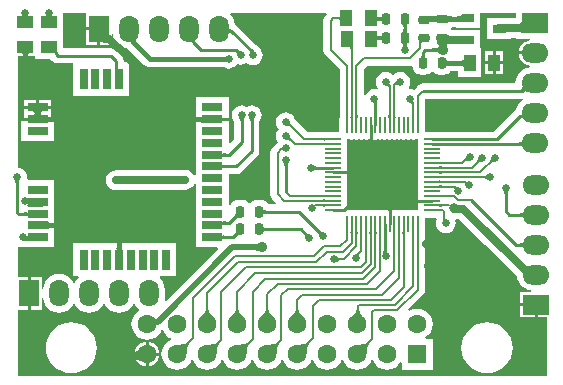
<source format=gtl>
G04*
G04 #@! TF.GenerationSoftware,Altium Limited,Altium Designer,20.1.11 (218)*
G04*
G04 Layer_Physical_Order=1*
G04 Layer_Color=255*
%FSTAX24Y24*%
%MOIN*%
G70*
G04*
G04 #@! TF.SameCoordinates,E2051E8E-EE30-42B2-978D-12B425F2BF15*
G04*
G04*
G04 #@! TF.FilePolarity,Positive*
G04*
G01*
G75*
%ADD11C,0.0150*%
%ADD12C,0.0080*%
%ADD16C,0.0100*%
%ADD20O,0.0098X0.0551*%
%ADD21O,0.0551X0.0098*%
%ADD22R,0.0400X0.0300*%
G04:AMPARAMS|DCode=23|XSize=37mil|YSize=29mil|CornerRadius=7.3mil|HoleSize=0mil|Usage=FLASHONLY|Rotation=0.000|XOffset=0mil|YOffset=0mil|HoleType=Round|Shape=RoundedRectangle|*
%AMROUNDEDRECTD23*
21,1,0.0370,0.0145,0,0,0.0*
21,1,0.0225,0.0290,0,0,0.0*
1,1,0.0145,0.0113,-0.0073*
1,1,0.0145,-0.0113,-0.0073*
1,1,0.0145,-0.0113,0.0073*
1,1,0.0145,0.0113,0.0073*
%
%ADD23ROUNDEDRECTD23*%
G04:AMPARAMS|DCode=24|XSize=37mil|YSize=29mil|CornerRadius=7.3mil|HoleSize=0mil|Usage=FLASHONLY|Rotation=270.000|XOffset=0mil|YOffset=0mil|HoleType=Round|Shape=RoundedRectangle|*
%AMROUNDEDRECTD24*
21,1,0.0370,0.0145,0,0,270.0*
21,1,0.0225,0.0290,0,0,270.0*
1,1,0.0145,-0.0073,-0.0113*
1,1,0.0145,-0.0073,0.0113*
1,1,0.0145,0.0073,0.0113*
1,1,0.0145,0.0073,-0.0113*
%
%ADD24ROUNDEDRECTD24*%
%ADD25R,0.0709X0.0276*%
%ADD26R,0.0276X0.0709*%
%ADD27R,0.0394X0.0550*%
%ADD28R,0.0550X0.0394*%
%ADD45C,0.0200*%
%ADD46C,0.0250*%
%ADD47O,0.0900X0.0650*%
%ADD48R,0.0900X0.0650*%
%ADD49O,0.0650X0.0900*%
%ADD50R,0.0650X0.0900*%
%ADD51R,0.0630X0.0630*%
%ADD52C,0.0630*%
%ADD53C,0.0280*%
%ADD54C,0.0350*%
%ADD55C,0.0250*%
%ADD56C,0.0320*%
G36*
X063438Y035629D02*
X063428Y035642D01*
X063417Y035654D01*
X063404Y035664D01*
X063389Y035673D01*
X063373Y035681D01*
X063355Y035687D01*
X063335Y035692D01*
X063314Y035695D01*
X063291Y035697D01*
X063289Y035697D01*
X063284Y035697D01*
X063254Y035695D01*
X063228Y035691D01*
X063205Y035686D01*
X063187Y035679D01*
X063171Y035671D01*
X06316Y035662D01*
X063152Y03565D01*
X063148Y035638D01*
X063148Y035624D01*
X063123Y035883D01*
X063134Y035876D01*
X063147Y03587D01*
X063161Y035865D01*
X063177Y035861D01*
X063195Y035857D01*
X063236Y035851D01*
X063258Y035849D01*
X063294Y035848D01*
X063296Y035849D01*
X063341Y035852D01*
X063362Y035855D01*
X063381Y035859D01*
X0634Y035864D01*
X063417Y03587D01*
X063433Y035877D01*
X063448Y035884D01*
X063462Y035893D01*
X063438Y035629D01*
D02*
G37*
G36*
X061583Y035668D02*
X061582Y035677D01*
X061579Y035686D01*
X061574Y035693D01*
X061567Y0357D01*
X061558Y035705D01*
X061547Y03571D01*
X061534Y035713D01*
X061519Y035716D01*
X061501Y035717D01*
X061499Y035717D01*
X061497Y035717D01*
X06148Y035716D01*
X061465Y035713D01*
X061451Y03571D01*
X06144Y035705D01*
X061431Y0357D01*
X061424Y035693D01*
X061419Y035686D01*
X061416Y035677D01*
X061415Y035668D01*
Y035868D01*
X061416Y035858D01*
X061419Y03585D01*
X061424Y035842D01*
X061431Y035836D01*
X06144Y03583D01*
X061451Y035826D01*
X061465Y035822D01*
X06148Y03582D01*
X061497Y035818D01*
X061499Y035818D01*
X061501Y035818D01*
X061519Y03582D01*
X061534Y035822D01*
X061547Y035826D01*
X061558Y03583D01*
X061567Y035836D01*
X061574Y035842D01*
X061579Y03585D01*
X061582Y035858D01*
X061583Y035868D01*
Y035668D01*
D02*
G37*
G36*
X066043Y035787D02*
X06603Y035786D01*
X065989Y035785D01*
X065984Y035784D01*
X065935D01*
X065929Y035785D01*
X065929Y035785D01*
X065929Y035785D01*
X065689Y035784D01*
X065687Y035784D01*
X065685D01*
X065684Y035784D01*
X065676Y035784D01*
X065676Y035784D01*
X065506D01*
X065484Y035781D01*
X065081D01*
Y035081D01*
X065666D01*
X065679Y035078D01*
X065692Y035081D01*
X065706Y03508D01*
X065709Y035081D01*
X065881D01*
Y035126D01*
X06589Y035127D01*
X065932Y035127D01*
X065937Y035128D01*
X065986D01*
X065991Y035127D01*
X066043Y035126D01*
Y035105D01*
X06623D01*
X066244Y035102D01*
X066253Y035104D01*
X066263Y035103D01*
X066269Y035105D01*
X066537D01*
X06654Y035055D01*
X066457Y035044D01*
X066354Y035001D01*
X066265Y034933D01*
X066197Y034844D01*
X066154Y034741D01*
X066146Y03468D01*
X066693D01*
Y03458D01*
X066146D01*
X066154Y034519D01*
X066197Y034416D01*
X066265Y034327D01*
X066354Y034259D01*
X066457Y034216D01*
X066535Y034206D01*
Y034155D01*
X066431Y034141D01*
X066303Y034089D01*
X066193Y034004D01*
X066109Y033895D01*
X066056Y033767D01*
X066038Y03363D01*
X066031Y033621D01*
X062972D01*
X062875Y033602D01*
X062792Y033546D01*
X062763Y033503D01*
X062663Y033403D01*
X062605Y033427D01*
X06252Y033438D01*
X062504Y033436D01*
X062477Y033483D01*
X062489Y033498D01*
X062521Y033577D01*
X062533Y033661D01*
X062521Y033746D01*
X062489Y033825D01*
X062437Y033893D01*
X062369Y033945D01*
X06229Y033978D01*
X062205Y033989D01*
X06212Y033978D01*
X062041Y033945D01*
X061973Y033893D01*
X061944D01*
X061877Y033945D01*
X061797Y033978D01*
X061713Y033989D01*
X061628Y033978D01*
X061549Y033945D01*
X061481Y033893D01*
X061429Y033825D01*
X061396Y033746D01*
X061385Y033661D01*
X061396Y033577D01*
X061429Y033498D01*
X06145Y03347D01*
X061429Y033436D01*
X06142Y033427D01*
X061339Y033438D01*
X061254Y033427D01*
X061175Y033394D01*
X061107Y033342D01*
X061055Y033274D01*
X061033Y033221D01*
X060983Y033231D01*
Y034101D01*
X061086Y034204D01*
X06252D01*
X06256Y034212D01*
X062605Y034182D01*
X062611Y034174D01*
X062611Y034171D01*
X06262Y034108D01*
X062647Y034041D01*
X062691Y033984D01*
X062748Y033941D01*
X062814Y033913D01*
X062885Y033904D01*
X06303D01*
X063101Y033913D01*
X063168Y033941D01*
X063225Y033984D01*
X063243Y034008D01*
X063293D01*
X063311Y033984D01*
X063368Y033941D01*
X063434Y033913D01*
X063505Y033904D01*
X06365D01*
X063721Y033913D01*
X063788Y033941D01*
X063845Y033984D01*
X063866Y034012D01*
X063878Y034012D01*
X063884Y034014D01*
X064111D01*
Y033836D01*
X064905D01*
Y034786D01*
X064841D01*
Y035395D01*
X064041D01*
Y035395D01*
X063991Y035393D01*
X063941Y035397D01*
X063922Y0354D01*
X063908Y035403D01*
X063904Y035404D01*
X063894Y035411D01*
X063893Y035413D01*
X063889Y03546D01*
X063894Y035475D01*
X063909Y035486D01*
X063912Y035489D01*
X063916Y035493D01*
X063916Y035493D01*
X063926Y035494D01*
X063943Y035494D01*
X063944Y035494D01*
X063944Y035494D01*
X06395Y035496D01*
X064041D01*
Y035453D01*
X064228D01*
X064242Y03545D01*
X064255Y035453D01*
X064841D01*
Y035976D01*
X066043D01*
Y035787D01*
D02*
G37*
G36*
X060199Y035707D02*
X060198Y035715D01*
X060196Y035722D01*
X060192Y035728D01*
X060186Y035733D01*
X060179Y035737D01*
X06017Y035741D01*
X060159Y035744D01*
X060147Y035746D01*
X060133Y035747D01*
X060118Y035747D01*
Y035827D01*
X060133Y035828D01*
X060147Y035829D01*
X060159Y035831D01*
X06017Y035834D01*
X060179Y035837D01*
X060186Y035842D01*
X060192Y035847D01*
X060196Y035853D01*
X060198Y03586D01*
X060199Y035867D01*
Y035707D01*
D02*
G37*
G36*
X064242Y035654D02*
X06424Y035663D01*
X064236Y03567D01*
X064228Y035677D01*
X064218Y035682D01*
X064204Y035687D01*
X064188Y035691D01*
X064168Y035694D01*
X064146Y035696D01*
X064092Y035698D01*
Y035848D01*
X06412Y035849D01*
X064146Y035851D01*
X064168Y035855D01*
X064188Y03586D01*
X064204Y035867D01*
X064218Y035875D01*
X064228Y035885D01*
X064236Y035896D01*
X06424Y035909D01*
X064242Y035923D01*
Y035654D01*
D02*
G37*
G36*
X063757Y035884D02*
X063772Y035877D01*
X063788Y03587D01*
X063805Y035864D01*
X063824Y035859D01*
X063843Y035855D01*
X063864Y035852D01*
X063909Y035849D01*
X063933Y035848D01*
X063938Y035698D01*
X063913Y035697D01*
X063891Y035695D01*
X06387Y035692D01*
X06385Y035687D01*
X063832Y035681D01*
X063816Y035673D01*
X063801Y035664D01*
X063788Y035654D01*
X063776Y035642D01*
X063766Y035629D01*
X063743Y035893D01*
X063757Y035884D01*
D02*
G37*
G36*
X062438Y035588D02*
X062429Y035585D01*
X062422Y03558D01*
X062415Y035572D01*
X06241Y035563D01*
X062405Y035551D01*
X062402Y035537D01*
X062399Y035521D01*
X062398Y035503D01*
X062397Y035483D01*
X062297D01*
X062297Y035503D01*
X062295Y035521D01*
X062293Y035537D01*
X062289Y035551D01*
X062285Y035563D01*
X062279Y035572D01*
X062273Y03558D01*
X062266Y035585D01*
X062257Y035588D01*
X062248Y035589D01*
X062447D01*
X062438Y035588D01*
D02*
G37*
G36*
X062398Y035393D02*
X062399Y035375D01*
X062402Y035359D01*
X062405Y035345D01*
X06241Y035333D01*
X062415Y035324D01*
X062422Y035316D01*
X062429Y035311D01*
X062438Y035308D01*
X062447Y035306D01*
X062248D01*
X062257Y035308D01*
X062266Y035311D01*
X062273Y035316D01*
X062279Y035324D01*
X062285Y035333D01*
X062289Y035345D01*
X062293Y035359D01*
X062295Y035375D01*
X062297Y035393D01*
X062297Y035413D01*
X062397D01*
X062398Y035393D01*
D02*
G37*
G36*
X066244Y035306D02*
X066242Y035311D01*
X066234Y035315D01*
X066222Y035319D01*
X066204Y035322D01*
X066182Y035325D01*
X066122Y035329D01*
X065994Y035331D01*
Y035581D01*
X066042Y035582D01*
X066084Y035586D01*
X066122Y035592D01*
X066155Y035601D01*
X066182Y035612D01*
X066205Y035626D01*
X066223Y035642D01*
X066235Y035661D01*
X066243Y035682D01*
X066245Y035706D01*
X066244Y035306D01*
D02*
G37*
G36*
X065929Y035331D02*
X065882Y035331D01*
X065769Y035323D01*
X065742Y035319D01*
X065719Y035313D01*
X065702Y035307D01*
X065689Y0353D01*
X065682Y035292D01*
X065679Y035282D01*
Y03558D01*
X065682Y03558D01*
X065689Y03558D01*
X065929Y035581D01*
Y035331D01*
D02*
G37*
G36*
X056475Y035446D02*
X056477Y035439D01*
X056482Y035433D01*
X056488Y035428D01*
X056496Y035423D01*
X056507Y03542D01*
X056519Y035417D01*
X056533Y035415D01*
X056548Y035414D01*
X056566Y035413D01*
Y035313D01*
X056548Y035313D01*
X056532Y035311D01*
X056518Y035309D01*
X056505Y035307D01*
X056495Y035303D01*
X056486Y035298D01*
X056479Y035293D01*
X056474Y035287D01*
X056471Y03528D01*
X05647Y035272D01*
X056474Y035454D01*
X056475Y035446D01*
D02*
G37*
G36*
X061583Y035028D02*
X061582Y035037D01*
X061579Y035046D01*
X061574Y035053D01*
X061567Y03506D01*
X061558Y035065D01*
X061547Y03507D01*
X061534Y035073D01*
X061519Y035076D01*
X061509Y035077D01*
X061499Y035076D01*
X061484Y035073D01*
X061471Y03507D01*
X06146Y035065D01*
X061451Y03506D01*
X061444Y035053D01*
X061439Y035046D01*
X061436Y035037D01*
X061435Y035028D01*
Y035228D01*
X061436Y035218D01*
X061439Y03521D01*
X061444Y035202D01*
X061451Y035196D01*
X06146Y03519D01*
X061471Y035186D01*
X061484Y035182D01*
X061499Y03518D01*
X061509Y035179D01*
X061519Y03518D01*
X061534Y035182D01*
X061547Y035186D01*
X061558Y03519D01*
X061567Y035196D01*
X061574Y035202D01*
X061579Y03521D01*
X061582Y035218D01*
X061583Y035228D01*
Y035028D01*
D02*
G37*
G36*
X062937Y034979D02*
X06293Y034981D01*
X062923Y03498D01*
X062917Y034977D01*
X062912Y034972D01*
X062907Y034965D01*
X062904Y034956D01*
X062901Y034945D01*
X062899Y034931D01*
X062898Y034916D01*
X062897Y034898D01*
X062817Y034921D01*
X062817Y034936D01*
X062814Y034986D01*
X062812Y034996D01*
X06281Y035004D01*
X062808Y035012D01*
X062805Y035018D01*
X062803Y035023D01*
X062937Y034979D01*
D02*
G37*
G36*
X063777Y035244D02*
X063792Y035232D01*
X06381Y035222D01*
X063832Y035213D01*
X063857Y035205D01*
X063886Y035199D01*
X063919Y035194D01*
X063994Y035189D01*
X064038Y035188D01*
Y034938D01*
X063967Y034938D01*
X063775Y034952D01*
X063765Y034954D01*
X063761Y034914D01*
X063757Y034799D01*
X063757Y034753D01*
X063544Y03474D01*
Y034646D01*
X063534Y034653D01*
X06352Y03466D01*
X063507Y034664D01*
Y034612D01*
X063493Y034626D01*
X063478Y034638D01*
X063464Y034649D01*
X063449Y034658D01*
X063434Y034666D01*
X06342Y034673D01*
X063405Y034678D01*
X063392Y034681D01*
X063313Y034684D01*
X063267Y034684D01*
Y034784D01*
X063313Y034785D01*
X063404Y034791D01*
X063405Y034791D01*
X06342Y034796D01*
X063434Y034802D01*
X063449Y03481D01*
X063464Y03482D01*
X063478Y034831D01*
X063493Y034843D01*
X063501Y034851D01*
X063501Y034857D01*
X063496Y034889D01*
X06349Y034918D01*
X063482Y034944D01*
X063473Y034965D01*
X063463Y034984D01*
X063451Y034998D01*
X063438Y035009D01*
X063746Y03503D01*
X063766Y035257D01*
X063777Y035244D01*
D02*
G37*
G36*
X062438Y034948D02*
X062429Y034945D01*
X062422Y03494D01*
X062415Y034932D01*
X06241Y034923D01*
X062405Y034911D01*
X062402Y034897D01*
X062401Y034892D01*
X062403Y034882D01*
X062407Y034872D01*
X062411Y034862D01*
X062416Y034853D01*
X062421Y034844D01*
X062428Y034836D01*
X062435Y034828D01*
X06226D01*
X062267Y034836D01*
X062273Y034844D01*
X062279Y034853D01*
X062284Y034862D01*
X062288Y034872D01*
X062291Y034882D01*
X062294Y034892D01*
X062293Y034897D01*
X062289Y034911D01*
X062285Y034923D01*
X062279Y034932D01*
X062273Y03494D01*
X062266Y034945D01*
X062257Y034948D01*
X062248Y034949D01*
X062447D01*
X062438Y034948D01*
D02*
G37*
G36*
X060609Y034834D02*
X060611Y034834D01*
X060613Y034831D01*
X060615Y034827D01*
X060617Y034822D01*
X060618Y034814D01*
X060619Y034806D01*
X06062Y034783D01*
X060621Y034754D01*
X060541D01*
X06054Y03477D01*
X060539Y034784D01*
X060537Y034796D01*
X060534Y034806D01*
X060531Y034815D01*
X060526Y034822D01*
X060521Y034828D01*
X060515Y034832D01*
X060508Y034835D01*
X060501Y034836D01*
X060609Y034834D01*
D02*
G37*
G36*
X05734Y034669D02*
X057176Y034621D01*
X05718Y034629D01*
X057182Y034637D01*
X057183Y034645D01*
X057183Y034653D01*
X057181Y034662D01*
X057178Y03467D01*
X057174Y034679D01*
X057168Y034688D01*
X05716Y034698D01*
X057151Y034707D01*
X057234Y034766D01*
X05734Y034669D01*
D02*
G37*
G36*
X05679Y034728D02*
X0568Y03472D01*
X056809Y034713D01*
X056818Y034708D01*
X056828Y034703D01*
X056838Y034699D01*
X056848Y034696D01*
X056858Y034694D01*
X056868Y034692D01*
X056879Y034692D01*
X056755Y034568D01*
X056755Y034579D01*
X056753Y034589D01*
X056751Y034599D01*
X056748Y034609D01*
X056744Y034619D01*
X056739Y034628D01*
X056733Y034638D01*
X056727Y034647D01*
X056719Y034657D01*
X056711Y034666D01*
X056781Y034736D01*
X05679Y034728D01*
D02*
G37*
G36*
X063008Y034556D02*
X06301Y034538D01*
X063012Y034522D01*
X063016Y034508D01*
X06302Y034497D01*
X063026Y034487D01*
X063032Y034479D01*
X06304Y034474D01*
X063048Y034471D01*
X063057Y03447D01*
X062858D01*
X062867Y034471D01*
X062876Y034474D01*
X062883Y034479D01*
X06289Y034487D01*
X062895Y034497D01*
X0629Y034508D01*
X062903Y034522D01*
X062906Y034538D01*
X062907Y034556D01*
X062908Y034577D01*
X063008D01*
X063008Y034556D01*
D02*
G37*
G36*
X056387Y034342D02*
X056384Y034344D01*
X05638Y034346D01*
X056374Y034348D01*
X056368Y03435D01*
X05636Y034351D01*
X05634Y034353D01*
X056315Y034354D01*
X056301Y034354D01*
Y034504D01*
X056315Y034504D01*
X05636Y034507D01*
X056368Y034509D01*
X056374Y03451D01*
X05638Y034512D01*
X056384Y034514D01*
X056387Y034517D01*
Y034342D01*
D02*
G37*
G36*
X059753Y035926D02*
X059709Y035882D01*
X059656Y035802D01*
X059637Y035709D01*
Y034724D01*
X059656Y034631D01*
X059709Y034551D01*
X060179Y034082D01*
Y032518D01*
X060178Y032507D01*
X060177Y032498D01*
X060178Y032495D01*
X060169Y032451D01*
Y032006D01*
X059724D01*
X059692Y032D01*
X059691Y032D01*
X059639Y031997D01*
X059097D01*
X05871Y032384D01*
X058708Y032391D01*
X058706Y032397D01*
X058703Y032404D01*
X058702Y032408D01*
X05867Y032487D01*
X058618Y032555D01*
X05855Y032607D01*
X058471Y032639D01*
X058386Y032651D01*
X058301Y032639D01*
X058222Y032607D01*
X058154Y032555D01*
X058102Y032487D01*
X058069Y032408D01*
X058058Y032323D01*
X058069Y032238D01*
X058102Y032159D01*
X058154Y032091D01*
Y032082D01*
X058102Y032014D01*
X058069Y031935D01*
X058058Y03185D01*
X058069Y031766D01*
X058102Y031686D01*
X058111Y031675D01*
X058095Y031619D01*
X058062Y031597D01*
X057937Y031472D01*
X057884Y031393D01*
X057866Y031299D01*
Y029921D01*
X057884Y029828D01*
X057937Y029748D01*
X058044Y029642D01*
X058025Y029595D01*
X057792D01*
X057752Y029647D01*
X057695Y029691D01*
X057629Y029719D01*
X057558Y029728D01*
X057413D01*
X057342Y029719D01*
X057275Y029691D01*
X057218Y029647D01*
X0572Y029624D01*
X05715D01*
X057132Y029647D01*
X057075Y029691D01*
X057009Y029719D01*
X056938Y029728D01*
X056793D01*
X056722Y029719D01*
X056655Y029691D01*
X056598Y029647D01*
X056555Y02959D01*
X056539Y029554D01*
X056489Y029563D01*
Y030115D01*
Y030592D01*
X056732D01*
X05683Y030611D01*
X056913Y030666D01*
X057427Y031181D01*
X057482Y031264D01*
X057502Y031361D01*
Y032353D01*
X057531Y032391D01*
X057564Y03247D01*
X057575Y032555D01*
X057564Y032639D01*
X057531Y032719D01*
X057479Y032786D01*
X057411Y032839D01*
X057332Y032871D01*
X057247Y032882D01*
X057162Y032871D01*
X057083Y032839D01*
X05708Y032836D01*
X057076Y032839D01*
X056997Y032871D01*
X056912Y032882D01*
X056827Y032871D01*
X056748Y032839D01*
X05668Y032786D01*
X056628Y032719D01*
X056596Y032639D01*
X056584Y032555D01*
X056596Y03247D01*
X056628Y032391D01*
X056657Y032353D01*
Y03176D01*
X056536Y031638D01*
X056489Y031657D01*
Y032365D01*
X056389D01*
Y032371D01*
X055935D01*
X055582D01*
Y032285D01*
X05558Y032296D01*
X055576Y032307D01*
X055568Y032316D01*
X055558Y032324D01*
X055544Y032331D01*
X055528Y032336D01*
X055508Y032341D01*
X055486Y032344D01*
X05546Y032346D01*
X055432Y032346D01*
Y032365D01*
X055381D01*
Y03169D01*
Y031296D01*
Y030902D01*
Y030559D01*
X055331Y030549D01*
X055323Y030567D01*
X055271Y030635D01*
X055203Y030687D01*
X055124Y03072D01*
X055039Y030731D01*
X054282D01*
X054197Y03072D01*
X054191Y030718D01*
X05271D01*
X052625Y030707D01*
X052546Y030674D01*
X052478Y030622D01*
X052426Y030554D01*
X052394Y030475D01*
X052382Y03039D01*
X052394Y030305D01*
X052426Y030226D01*
X052478Y030158D01*
X052546Y030106D01*
X052625Y030073D01*
X05271Y030062D01*
X054268D01*
X05431Y030068D01*
X054353Y030073D01*
X054358Y030076D01*
X055039D01*
X055124Y030087D01*
X055203Y03012D01*
X055271Y030172D01*
X055323Y03024D01*
X055331Y030258D01*
X055381Y030248D01*
Y029721D01*
Y029328D01*
Y028934D01*
Y02854D01*
Y028146D01*
X056098D01*
X056117Y0281D01*
X054392Y026375D01*
X054344Y026398D01*
X054356Y026489D01*
Y026739D01*
X054338Y026876D01*
X054285Y027004D01*
X054201Y027114D01*
X054174Y027135D01*
X05419Y027182D01*
X054737D01*
Y028291D01*
X052881D01*
Y028239D01*
X0529D01*
X0529Y028211D01*
X052905Y028163D01*
X05291Y028143D01*
X052915Y028127D01*
X052922Y028113D01*
X05293Y028103D01*
X052939Y028095D01*
X05295Y028091D01*
X052961Y028089D01*
X052875D01*
Y027736D01*
X052775D01*
Y028089D01*
X052688D01*
X0527Y028091D01*
X05271Y028095D01*
X05272Y028103D01*
X052728Y028113D01*
X052734Y028127D01*
X05274Y028143D01*
X052744Y028163D01*
X052747Y028185D01*
X052749Y028211D01*
X05275Y028239D01*
X052769D01*
Y028291D01*
X051306D01*
Y027182D01*
X051464D01*
X05148Y027135D01*
X051452Y027114D01*
X051368Y027004D01*
X051352Y026964D01*
X051302D01*
X051285Y027004D01*
X051201Y027114D01*
X051092Y027198D01*
X050964Y027251D01*
X050827Y027269D01*
X05069Y027251D01*
X050562Y027198D01*
X050452Y027114D01*
X050368Y027004D01*
X050315Y026876D01*
X050302Y026774D01*
X050252Y026777D01*
Y027164D01*
X049877D01*
Y026614D01*
Y026064D01*
X050252D01*
Y026451D01*
X050302Y026455D01*
X050315Y026352D01*
X050368Y026224D01*
X050452Y026115D01*
X050562Y026031D01*
X05069Y025978D01*
X050827Y02596D01*
X050964Y025978D01*
X051092Y026031D01*
X051201Y026115D01*
X051285Y026224D01*
X051302Y026264D01*
X051352D01*
X051368Y026224D01*
X051452Y026115D01*
X051562Y026031D01*
X05169Y025978D01*
X051827Y02596D01*
X051964Y025978D01*
X052092Y026031D01*
X052201Y026115D01*
X052285Y026224D01*
X052302Y026264D01*
X052352D01*
X052368Y026224D01*
X052452Y026115D01*
X052562Y026031D01*
X05269Y025978D01*
X052827Y02596D01*
X052964Y025978D01*
X053092Y026031D01*
X053201Y026115D01*
X053285Y026224D01*
X053302Y026264D01*
X053352D01*
X053368Y026224D01*
X053452Y026115D01*
X05349Y026086D01*
X053484Y026028D01*
X053393Y025958D01*
X05331Y02585D01*
X053258Y025725D01*
X05324Y025591D01*
X053258Y025456D01*
X05331Y025331D01*
X053393Y025223D01*
X0535Y025141D01*
X053625Y025089D01*
X05376Y025071D01*
X053894Y025089D01*
X05402Y025141D01*
X054127Y025223D01*
X05421Y025331D01*
X054233Y025387D01*
X054284Y025395D01*
X05431Y025331D01*
X054393Y025223D01*
X0545Y025141D01*
X054561Y025116D01*
Y025066D01*
X0545Y02504D01*
X054393Y024958D01*
X05431Y02485D01*
X054258Y024725D01*
X05424Y024591D01*
X054258Y024456D01*
X05431Y024331D01*
X054393Y024223D01*
X0545Y024141D01*
X054625Y024089D01*
X05476Y024071D01*
X054894Y024089D01*
X05502Y024141D01*
X055127Y024223D01*
X05521Y024331D01*
X055235Y024392D01*
X055285D01*
X05531Y024331D01*
X055393Y024223D01*
X0555Y024141D01*
X055625Y024089D01*
X05576Y024071D01*
X055894Y024089D01*
X05602Y024141D01*
X056127Y024223D01*
X05621Y024331D01*
X056235Y024392D01*
X056285D01*
X05631Y024331D01*
X056393Y024223D01*
X0565Y024141D01*
X056625Y024089D01*
X05676Y024071D01*
X056894Y024089D01*
X05702Y024141D01*
X057127Y024223D01*
X05721Y024331D01*
X057235Y024392D01*
X057285D01*
X05731Y024331D01*
X057393Y024223D01*
X0575Y024141D01*
X057625Y024089D01*
X05776Y024071D01*
X057894Y024089D01*
X05802Y024141D01*
X058127Y024223D01*
X05821Y024331D01*
X058235Y024392D01*
X058285D01*
X05831Y024331D01*
X058393Y024223D01*
X0585Y024141D01*
X058625Y024089D01*
X05876Y024071D01*
X058894Y024089D01*
X05902Y024141D01*
X059127Y024223D01*
X05921Y024331D01*
X059235Y024392D01*
X059285D01*
X05931Y024331D01*
X059393Y024223D01*
X0595Y024141D01*
X059625Y024089D01*
X05976Y024071D01*
X059894Y024089D01*
X06002Y024141D01*
X060127Y024223D01*
X06021Y024331D01*
X060235Y024392D01*
X060285D01*
X06031Y024331D01*
X060393Y024223D01*
X0605Y024141D01*
X060625Y024089D01*
X06076Y024071D01*
X060894Y024089D01*
X06102Y024141D01*
X061127Y024223D01*
X06121Y024331D01*
X061235Y024392D01*
X061285D01*
X06131Y024331D01*
X061393Y024223D01*
X0615Y024141D01*
X061625Y024089D01*
X06176Y024071D01*
X061894Y024089D01*
X06202Y024141D01*
X062127Y024223D01*
X062195Y024312D01*
X062245Y024295D01*
Y024076D01*
X063275D01*
Y025106D01*
X063056D01*
X063039Y025156D01*
X063127Y025223D01*
X06321Y025331D01*
X063262Y025456D01*
X063279Y025591D01*
X063262Y025725D01*
X06321Y02585D01*
X063127Y025958D01*
X06302Y02604D01*
X062894Y026092D01*
X06276Y02611D01*
X062625Y026092D01*
X0625Y02604D01*
X062468Y026079D01*
X062958Y026569D01*
X063012Y026648D01*
X06303Y026742D01*
Y028624D01*
X06303Y028635D01*
X063031Y028644D01*
X063031Y028647D01*
X06304Y028691D01*
Y029136D01*
X063387D01*
X063412Y029086D01*
X063411Y029082D01*
X063407Y029064D01*
X063406Y02906D01*
X063405Y029059D01*
X063405Y029058D01*
X063404Y029049D01*
X063402Y029044D01*
X063391Y028959D01*
X063402Y028874D01*
X063435Y028795D01*
X063487Y028727D01*
X063555Y028675D01*
X063634Y028642D01*
X063718Y028631D01*
X063803Y028642D01*
X063882Y028675D01*
X06395Y028727D01*
X064002Y028795D01*
X064035Y028874D01*
X064046Y028959D01*
X064035Y029044D01*
X064031Y029053D01*
X064056Y029096D01*
X06407Y029098D01*
X064093Y029108D01*
X064169D01*
X064969Y028307D01*
X064972Y028301D01*
X065024Y028233D01*
X065092Y028181D01*
X065099Y028178D01*
X066075Y027202D01*
X066084Y027194D01*
X066096Y027107D01*
X066149Y026979D01*
X066233Y02687D01*
X066343Y026786D01*
X06647Y026733D01*
X066573Y026719D01*
X06657Y026669D01*
X066182D01*
Y026294D01*
X066732D01*
Y026244D01*
X066782D01*
Y025819D01*
X067088D01*
Y023867D01*
X049457D01*
Y026064D01*
X049777D01*
Y026614D01*
Y027164D01*
X049457D01*
Y028163D01*
X049499Y028191D01*
X049531Y028177D01*
X049554Y028174D01*
Y028146D01*
X050663D01*
Y028803D01*
X05066Y028803D01*
X050656Y028822D01*
X050611D01*
Y028803D01*
X050583Y028802D01*
X050535Y028797D01*
X050515Y028793D01*
X050499Y028788D01*
X050485Y028781D01*
X050475Y028773D01*
X050467Y028764D01*
X050463Y028753D01*
X050461Y028741D01*
Y028828D01*
X050108D01*
Y028928D01*
X050461D01*
Y029015D01*
X050463Y029003D01*
X050467Y028992D01*
X050475Y028983D01*
X050485Y028975D01*
X050499Y028968D01*
X050515Y028963D01*
X050535Y028958D01*
X050557Y028955D01*
X050583Y028954D01*
X050611Y028953D01*
Y028934D01*
X050634D01*
X05063Y028953D01*
X050644Y028953D01*
X050657Y028954D01*
X050663Y028954D01*
Y029328D01*
Y029721D01*
Y030397D01*
X049796D01*
X049752Y030447D01*
X049757Y030482D01*
X049746Y030567D01*
X049713Y030646D01*
X049661Y030714D01*
X049593Y030766D01*
X049514Y030799D01*
X049457Y030806D01*
Y034526D01*
X049627D01*
X049627Y034532D01*
X049623Y034554D01*
X049618Y034574D01*
X049611Y034591D01*
X049603Y034604D01*
X049593Y034615D01*
X049582Y034622D01*
X049569Y034627D01*
X049555Y034628D01*
X049655D01*
Y034823D01*
X049755D01*
Y034628D01*
X049855D01*
X049841Y034627D01*
X049828Y034622D01*
X049817Y034615D01*
X049807Y034604D01*
X049799Y034591D01*
X049792Y034574D01*
X049787Y034554D01*
X049783Y034532D01*
X049782Y034526D01*
X050017D01*
Y034426D01*
X050531D01*
X050537Y034418D01*
X050597Y034357D01*
X05068Y034302D01*
X050778Y034283D01*
X051306D01*
Y033206D01*
X053163D01*
Y034314D01*
X052992D01*
Y034369D01*
X052972Y034467D01*
X052917Y03455D01*
X052749Y034718D01*
X052666Y034773D01*
X052569Y034792D01*
X050967D01*
Y03522D01*
X050967D01*
Y035253D01*
X050967D01*
Y035976D01*
X051725D01*
Y035483D01*
X05215D01*
Y035433D01*
X0522D01*
Y034883D01*
X052575D01*
Y03527D01*
X052625Y035274D01*
X052638Y035171D01*
X052691Y035043D01*
X052775Y034934D01*
X052885Y034849D01*
X053013Y034797D01*
X053101Y034785D01*
X053102Y034783D01*
X053652Y034233D01*
X05371Y034189D01*
X053777Y034161D01*
X053848Y034152D01*
X056292D01*
X0563Y03415D01*
X056306Y03415D01*
X056312Y034145D01*
X056392Y034113D01*
X056476Y034101D01*
X056561Y034113D01*
X05664Y034145D01*
X056708Y034197D01*
X05676Y034265D01*
X056795Y03425D01*
X05688Y034239D01*
X056965Y03425D01*
X057044Y034283D01*
X057075Y034307D01*
X05712Y034273D01*
X057199Y03424D01*
X057283Y034229D01*
X057368Y03424D01*
X057447Y034273D01*
X057515Y034325D01*
X057567Y034393D01*
X0576Y034472D01*
X057611Y034557D01*
X0576Y034642D01*
X057567Y034721D01*
X057515Y034789D01*
X05748Y034816D01*
X057478Y034819D01*
X057392Y034898D01*
X056746Y035543D01*
X056675Y035591D01*
X056661Y035695D01*
X056608Y035823D01*
X056529Y035926D01*
X056541Y035976D01*
X059732D01*
X059753Y035926D01*
D02*
G37*
G36*
X063712Y034427D02*
X063716Y034414D01*
X063725Y034403D01*
X063736Y034393D01*
X063751Y034385D01*
X063769Y034378D01*
X06379Y034373D01*
X063814Y034369D01*
X063842Y034367D01*
X063873Y034366D01*
Y034216D01*
X063842Y034216D01*
X063814Y034213D01*
X06379Y03421D01*
X063769Y034204D01*
X063751Y034198D01*
X063736Y03419D01*
X063725Y03418D01*
X063716Y034169D01*
X063712Y034156D01*
X06371Y034142D01*
Y034441D01*
X063712Y034427D01*
D02*
G37*
G36*
X064313Y034141D02*
X064312Y034156D01*
X064307Y034168D01*
X0643Y03418D01*
X064289Y034189D01*
X064276Y034198D01*
X064259Y034204D01*
X064239Y03421D01*
X064217Y034213D01*
X064191Y034216D01*
X064162Y034216D01*
Y034366D01*
X064191Y034367D01*
X064217Y034369D01*
X064239Y034373D01*
X064259Y034378D01*
X064276Y034385D01*
X064289Y034393D01*
X0643Y034403D01*
X064307Y034414D01*
X064312Y034427D01*
X064313Y034441D01*
Y034141D01*
D02*
G37*
G36*
X052788Y034194D02*
X052789Y034177D01*
X052792Y034162D01*
X052795Y034148D01*
X0528Y034137D01*
X052805Y034128D01*
X052812Y034121D01*
X052819Y034116D01*
X052828Y034113D01*
X052837Y034112D01*
X052688Y034113D01*
X052688Y034114D01*
X052688Y034117D01*
X052687Y034162D01*
X052687Y034213D01*
X052787D01*
X052788Y034194D01*
D02*
G37*
G36*
X062134Y033558D02*
X062125Y033564D01*
X062116Y033567D01*
X062108Y03357D01*
X062099Y03357D01*
X06209Y03357D01*
X062081Y033567D01*
X062072Y033564D01*
X062063Y033558D01*
X062054Y033552D01*
X062045Y033543D01*
X062001Y033612D01*
X062015Y033627D01*
X062086Y033707D01*
X062091Y033715D01*
X062096Y033722D01*
X062134Y033558D01*
D02*
G37*
G36*
X061833Y033626D02*
X061833Y03362D01*
X061834Y033614D01*
X061836Y033607D01*
X061839Y0336D01*
X061843Y033593D01*
X061848Y033586D01*
X061854Y033578D01*
X061861Y03357D01*
X061869Y033562D01*
X061812Y033505D01*
X061804Y033513D01*
X061788Y033526D01*
X061781Y033531D01*
X061774Y033535D01*
X061767Y033538D01*
X06176Y03354D01*
X061754Y033541D01*
X061748Y033541D01*
X061742Y03354D01*
X061834Y033632D01*
X061833Y033626D01*
D02*
G37*
G36*
X066379Y033368D02*
X066373Y033374D01*
X066366Y033378D01*
X066358Y03338D01*
X06635Y033379D01*
X06634Y033377D01*
X066329Y033372D01*
X066318Y033365D01*
X066306Y033356D01*
X066292Y033344D01*
X066278Y033331D01*
X066212Y033406D01*
X066227Y033421D01*
X06625Y03345D01*
X066258Y033462D01*
X066264Y033474D01*
X066269Y033485D01*
X066271Y033496D01*
X06627Y033505D01*
X066268Y033514D01*
X066264Y033521D01*
X066379Y033368D01*
D02*
G37*
G36*
X062632Y033054D02*
X06263Y033046D01*
X06263Y033038D01*
X06263Y03303D01*
X062632Y033023D01*
X062635Y033015D01*
X062638Y033007D01*
X062643Y032999D01*
X062649Y032992D01*
X062656Y032984D01*
X062593Y032934D01*
X062584Y032943D01*
X062566Y032958D01*
X062557Y032965D01*
X062548Y03297D01*
X062539Y032975D01*
X06253Y032979D01*
X062521Y032982D01*
X062512Y032985D01*
X062504Y032986D01*
X062635Y033062D01*
X062632Y033054D01*
D02*
G37*
G36*
X06144Y033035D02*
X061435Y033026D01*
X061431Y033017D01*
X061428Y033007D01*
X061425Y032996D01*
X061422Y032986D01*
X06142Y032975D01*
X061418Y032951D01*
X061418Y032939D01*
X061318Y032912D01*
X061318Y032925D01*
X061316Y032936D01*
X061314Y032947D01*
X061311Y032958D01*
X061307Y032967D01*
X061302Y032976D01*
X061297Y032984D01*
X06129Y032991D01*
X061283Y032997D01*
X061275Y033003D01*
X061445Y033044D01*
X06144Y033035D01*
D02*
G37*
G36*
X062825Y032542D02*
X06283Y032472D01*
X062831Y03247D01*
X06274D01*
X062741Y032472D01*
X062742Y032476D01*
X062743Y032481D01*
X062744Y032495D01*
X062745Y032542D01*
X062745Y032557D01*
X062825D01*
X062825Y032542D01*
D02*
G37*
G36*
X062668D02*
X062672Y032472D01*
X062673Y03247D01*
X062583D01*
X062584Y032472D01*
X062585Y032476D01*
X062585Y032481D01*
X062587Y032495D01*
X062588Y032542D01*
X062588Y032557D01*
X062668D01*
X062668Y032542D01*
D02*
G37*
G36*
X062038D02*
X062042Y032472D01*
X062043Y03247D01*
X061953D01*
X061954Y032472D01*
X061955Y032476D01*
X061955Y032481D01*
X061957Y032495D01*
X061958Y032542D01*
X061958Y032557D01*
X062038D01*
X062038Y032542D01*
D02*
G37*
G36*
X061881D02*
X061885Y032472D01*
X061886Y03247D01*
X061795D01*
X061796Y032472D01*
X061797Y032476D01*
X061798Y032481D01*
X061799Y032495D01*
X0618Y032542D01*
X061801Y032557D01*
X061881D01*
X061881Y032542D01*
D02*
G37*
G36*
X060778D02*
X060782Y032472D01*
X060783Y03247D01*
X060693D01*
X060694Y032472D01*
X060695Y032476D01*
X060696Y032481D01*
X060697Y032495D01*
X060698Y032542D01*
X060698Y032557D01*
X060778D01*
X060778Y032542D01*
D02*
G37*
G36*
X060621D02*
X060625Y032472D01*
X060626Y03247D01*
X060535D01*
X060536Y032472D01*
X060537Y032476D01*
X060538Y032481D01*
X060539Y032495D01*
X060541Y032542D01*
X060541Y032557D01*
X060621D01*
X060621Y032542D01*
D02*
G37*
G36*
X060463D02*
X060467Y032472D01*
X060468Y03247D01*
X060378D01*
X060379Y032472D01*
X06038Y032476D01*
X060381Y032481D01*
X060382Y032495D01*
X060383Y032542D01*
X060383Y032557D01*
X060463D01*
X060463Y032542D01*
D02*
G37*
G36*
X057327Y032458D02*
X057321Y03245D01*
X057315Y032441D01*
X05731Y032432D01*
X057306Y032422D01*
X057303Y032412D01*
X0573Y032401D01*
X057298Y032389D01*
X057297Y032378D01*
X057297Y032365D01*
X057197D01*
X057197Y032378D01*
X057195Y032389D01*
X057194Y032401D01*
X057191Y032412D01*
X057188Y032422D01*
X057183Y032432D01*
X057179Y032441D01*
X057173Y03245D01*
X057167Y032458D01*
X057159Y032465D01*
X057334D01*
X057327Y032458D01*
D02*
G37*
G36*
X056993D02*
X056986Y03245D01*
X056981Y032441D01*
X056976Y032432D01*
X056972Y032422D01*
X056968Y032412D01*
X056966Y032401D01*
X056964Y032389D01*
X056963Y032378D01*
X056962Y032365D01*
X056862D01*
X056862Y032378D01*
X056861Y032389D01*
X056859Y032401D01*
X056856Y032412D01*
X056853Y032422D01*
X056849Y032432D01*
X056844Y032441D01*
X056838Y03245D01*
X056832Y032458D01*
X056825Y032465D01*
X057D01*
X056993Y032458D01*
D02*
G37*
G36*
X058511Y032336D02*
X058519Y032312D01*
X058524Y0323D01*
X058529Y032289D01*
X058534Y032279D01*
X05854Y032269D01*
X058547Y03226D01*
X058554Y032252D01*
X058561Y032244D01*
X058518Y032173D01*
X05851Y032181D01*
X0585Y032188D01*
X058491Y032194D01*
X058481Y032198D01*
X058471Y032202D01*
X058461Y032204D01*
X05845Y032205D01*
X058438Y032205D01*
X058427Y032204D01*
X058415Y032201D01*
X058508Y032349D01*
X058511Y032336D01*
D02*
G37*
G36*
X066275Y033067D02*
X066193Y033004D01*
X066109Y032895D01*
X066056Y032767D01*
X066053Y032739D01*
X066014Y032713D01*
X065308Y032007D01*
X063258D01*
X063254Y032006D01*
X06304D01*
Y032451D01*
X063033Y032483D01*
X063033Y032484D01*
X06303Y032536D01*
Y033078D01*
X063064Y033111D01*
X066243D01*
X066253Y033113D01*
X066275Y033067D01*
D02*
G37*
G36*
X061271Y031763D02*
X061368Y031744D01*
X061447Y03176D01*
X061526Y031744D01*
X061604Y03176D01*
X061683Y031744D01*
X061762Y03176D01*
X061841Y031744D01*
X061919Y03176D01*
X061998Y031744D01*
X062077Y03176D01*
X062156Y031744D01*
X062234Y03176D01*
X062313Y031744D01*
X062392Y03176D01*
X06247Y031744D01*
X062549Y03176D01*
X062628Y031744D01*
X062707Y03176D01*
X062779Y031745D01*
X062793Y031673D01*
X062777Y031594D01*
X062793Y031516D01*
X062777Y031437D01*
X062793Y031358D01*
X062777Y03128D01*
X062793Y031201D01*
X062777Y031122D01*
X062793Y031043D01*
X062777Y030965D01*
X062793Y030886D01*
X062777Y030807D01*
X062793Y030728D01*
X062777Y03065D01*
X062793Y030571D01*
X062777Y030492D01*
X062793Y030413D01*
X062777Y030335D01*
X062793Y030256D01*
X062777Y030177D01*
X062793Y030098D01*
X062777Y03002D01*
X062793Y029941D01*
X062777Y029862D01*
X062797Y029765D01*
X062837Y029705D01*
X062797Y029644D01*
X062777Y029547D01*
X062793Y029469D01*
X062779Y029396D01*
X062707Y029382D01*
X062628Y029398D01*
X062549Y029382D01*
X06247Y029398D01*
X062392Y029382D01*
X062313Y029398D01*
X062234Y029382D01*
X062156Y029398D01*
X062077Y029382D01*
X061998Y029398D01*
X061901Y029378D01*
X061841Y029338D01*
X06178Y029378D01*
X061683Y029398D01*
X061604Y029382D01*
X061526Y029398D01*
X061447Y029382D01*
X061368Y029398D01*
X061289Y029382D01*
X061211Y029398D01*
X061132Y029382D01*
X061053Y029398D01*
X060974Y029382D01*
X060896Y029398D01*
X060817Y029382D01*
X060738Y029398D01*
X060659Y029382D01*
X060581Y029398D01*
X060502Y029382D01*
X060436Y029395D01*
X060406Y029442D01*
X060412Y02945D01*
X060431Y029547D01*
X060416Y029626D01*
X060431Y029705D01*
X060416Y029783D01*
X060431Y029862D01*
X060416Y029941D01*
X060431Y03002D01*
X060416Y030098D01*
X060431Y030177D01*
X060416Y030256D01*
X060431Y030335D01*
X060416Y030413D01*
X060431Y030492D01*
X060412Y030589D01*
X060372Y03065D01*
X060412Y03071D01*
X060431Y030807D01*
X060416Y030886D01*
X060431Y030965D01*
X060416Y031043D01*
X060431Y031122D01*
X060416Y031201D01*
X060431Y03128D01*
X060416Y031358D01*
X060431Y031437D01*
X060416Y031516D01*
X060431Y031594D01*
X060416Y031673D01*
X06043Y031745D01*
X060502Y03176D01*
X060581Y031744D01*
X060659Y03176D01*
X060738Y031744D01*
X060817Y03176D01*
X060896Y031744D01*
X060974Y03176D01*
X061053Y031744D01*
X06115Y031763D01*
X061211Y031804D01*
X061271Y031763D01*
D02*
G37*
G36*
X059706Y031707D02*
X059703Y031708D01*
X0597Y031709D01*
X059694Y031709D01*
X05968Y031711D01*
X059633Y031712D01*
X059618Y031712D01*
Y031792D01*
X059633Y031792D01*
X059703Y031796D01*
X059706Y031797D01*
Y031707D01*
D02*
G37*
G36*
X058511Y031864D02*
X058519Y031839D01*
X058524Y031828D01*
X058529Y031817D01*
X058534Y031806D01*
X05854Y031797D01*
X058547Y031788D01*
X058554Y031779D01*
X058561Y031771D01*
X058518Y031701D01*
X05851Y031709D01*
X0585Y031716D01*
X058491Y031721D01*
X058481Y031726D01*
X058471Y031729D01*
X058461Y031731D01*
X05845Y031732D01*
X058438Y031732D01*
X058427Y031731D01*
X058415Y031729D01*
X058508Y031877D01*
X058511Y031864D01*
D02*
G37*
G36*
X059706Y031549D02*
X059703Y03155D01*
X0597Y031551D01*
X059694Y031552D01*
X05968Y031553D01*
X059633Y031554D01*
X059618Y031554D01*
Y031634D01*
X059633Y031635D01*
X059703Y031639D01*
X059706Y03164D01*
Y031549D01*
D02*
G37*
G36*
X066274Y031496D02*
X066272Y031505D01*
X066267Y031514D01*
X066261Y031521D01*
X066252Y031527D01*
X066241Y031533D01*
X066228Y031537D01*
X066213Y031541D01*
X066196Y031543D01*
X066177Y031545D01*
X066155Y031545D01*
X066144Y031645D01*
X066165Y031646D01*
X066184Y031647D01*
X066201Y03165D01*
X066215Y031653D01*
X066227Y031658D01*
X066236Y031663D01*
X066243Y03167D01*
X066248Y031677D01*
X066251Y031685D01*
X066251Y031695D01*
X066274Y031496D01*
D02*
G37*
G36*
X056288Y031331D02*
X056291Y031322D01*
X056296Y031315D01*
X056303Y031308D01*
X056312Y031303D01*
X056323Y031298D01*
X056337Y031295D01*
X056352Y031292D01*
X056369Y031291D01*
X056388Y03129D01*
Y03119D01*
X056369Y03119D01*
X056352Y031188D01*
X056337Y031186D01*
X056323Y031182D01*
X056312Y031178D01*
X056303Y031172D01*
X056296Y031166D01*
X056291Y031158D01*
X056288Y03115D01*
X056287Y03114D01*
Y03134D01*
X056288Y031331D01*
D02*
G37*
G36*
X064479Y03104D02*
X064467Y031042D01*
X064455Y031043D01*
X064444Y031043D01*
X064433Y031042D01*
X064423Y03104D01*
X064412Y031037D01*
X064403Y031032D01*
X064393Y031027D01*
X064384Y03102D01*
X064375Y031012D01*
X064333Y031082D01*
X06434Y03109D01*
X064347Y031099D01*
X064354Y031108D01*
X06436Y031117D01*
X064365Y031128D01*
X06437Y031139D01*
X064375Y03115D01*
X064383Y031175D01*
X064386Y031188D01*
X064479Y03104D01*
D02*
G37*
G36*
X065353Y031017D02*
X06534Y031016D01*
X065328Y031015D01*
X065315Y031013D01*
X065304Y031011D01*
X065293Y031007D01*
X065283Y031003D01*
X065273Y030997D01*
X065263Y030991D01*
X065254Y030984D01*
X065246Y030977D01*
X065189Y031033D01*
X065197Y031042D01*
X065204Y031051D01*
X06521Y03106D01*
X065215Y03107D01*
X06522Y03108D01*
X065223Y031091D01*
X065226Y031103D01*
X065228Y031115D01*
X065229Y031127D01*
X065229Y03114D01*
X065353Y031017D01*
D02*
G37*
G36*
X06492D02*
X064907Y031016D01*
X064894Y031015D01*
X064882Y031013D01*
X064871Y031011D01*
X06486Y031007D01*
X064849Y031003D01*
X06484Y030997D01*
X06483Y030991D01*
X064821Y030984D01*
X064813Y030977D01*
X064756Y031033D01*
X064764Y031042D01*
X064771Y031051D01*
X064777Y03106D01*
X064782Y03107D01*
X064787Y03108D01*
X06479Y031091D01*
X064793Y031103D01*
X064795Y031115D01*
X064796Y031127D01*
X064796Y03114D01*
X06492Y031017D01*
D02*
G37*
G36*
X063505Y031009D02*
X063509Y031008D01*
X063514Y031007D01*
X063529Y031006D01*
X063576Y031005D01*
X063591Y031005D01*
Y030925D01*
X063576Y030925D01*
X063505Y03092D01*
X063503Y030919D01*
Y03101D01*
X063505Y031009D01*
D02*
G37*
G36*
X058466Y030966D02*
X05846Y030958D01*
X058454Y030949D01*
X058449Y03094D01*
X058445Y03093D01*
X058442Y03092D01*
X058439Y030909D01*
X058437Y030898D01*
X058436Y030886D01*
X058436Y030873D01*
X058336D01*
X058335Y030886D01*
X058334Y030898D01*
X058332Y030909D01*
X05833Y03092D01*
X058326Y03093D01*
X058322Y03094D01*
X058317Y030949D01*
X058312Y030958D01*
X058305Y030966D01*
X058298Y030974D01*
X058473D01*
X058466Y030966D01*
D02*
G37*
G36*
X063505Y030851D02*
X063509Y03085D01*
X063514Y03085D01*
X063529Y030848D01*
X063576Y030847D01*
X063591Y030847D01*
Y030767D01*
X063576Y030767D01*
X063505Y030763D01*
X063503Y030762D01*
Y030852D01*
X063505Y030851D01*
D02*
G37*
G36*
X056288Y030937D02*
X056291Y030928D01*
X056296Y030921D01*
X056303Y030914D01*
X056312Y030909D01*
X056323Y030904D01*
X056337Y030901D01*
X056352Y030898D01*
X056369Y030897D01*
X056388Y030896D01*
Y030796D01*
X056369Y030796D01*
X056352Y030794D01*
X056337Y030792D01*
X056323Y030788D01*
X056312Y030784D01*
X056303Y030778D01*
X056296Y030772D01*
X056291Y030764D01*
X056288Y030756D01*
X056287Y030746D01*
Y030946D01*
X056288Y030937D01*
D02*
G37*
G36*
X059296Y030881D02*
X059305Y030876D01*
X059314Y030872D01*
X059324Y030867D01*
X059334Y030864D01*
X059345Y030861D01*
X059356Y030859D01*
X059368Y030858D01*
X05938Y030857D01*
X059392Y030856D01*
X059409Y030756D01*
X059396Y030756D01*
X059384Y030755D01*
X059373Y030753D01*
X059363Y03075D01*
X059353Y030746D01*
X059344Y030741D01*
X059335Y030736D01*
X059328Y030729D01*
X05932Y030722D01*
X059314Y030714D01*
X059288Y030887D01*
X059296Y030881D01*
D02*
G37*
G36*
X063505Y030694D02*
X063509Y030693D01*
X063514Y030692D01*
X063529Y030691D01*
X063576Y03069D01*
X063591Y03069D01*
Y03061D01*
X063576Y03061D01*
X063505Y030605D01*
X063503Y030604D01*
Y030695D01*
X063505Y030694D01*
D02*
G37*
G36*
Y030536D02*
X063509Y030535D01*
X063514Y030535D01*
X063529Y030533D01*
X063576Y030532D01*
X063591Y030532D01*
Y030452D01*
X063576Y030452D01*
X063505Y030448D01*
X063503Y030447D01*
Y030537D01*
X063505Y030536D01*
D02*
G37*
G36*
X065096Y030406D02*
X065086Y030415D01*
X065076Y030423D01*
X065066Y03043D01*
X065056Y030436D01*
X065045Y030441D01*
X065035Y030445D01*
X065024Y030448D01*
X065013Y03045D01*
X065002Y030452D01*
X06499Y030452D01*
X064987Y030532D01*
X064999Y030533D01*
X06501Y030534D01*
X065021Y030537D01*
X065031Y03054D01*
X065042Y030544D01*
X065052Y03055D01*
X065062Y030556D01*
X065071Y030563D01*
X06508Y030572D01*
X065089Y030581D01*
X065096Y030406D01*
D02*
G37*
G36*
X063505Y030379D02*
X063509Y030378D01*
X063514Y030377D01*
X063529Y030376D01*
X063576Y030375D01*
X063591Y030375D01*
Y030295D01*
X063576Y030295D01*
X063505Y03029D01*
X063503Y030289D01*
Y03038D01*
X063505Y030379D01*
D02*
G37*
G36*
X049501Y03038D02*
X049493Y030374D01*
X049486Y030367D01*
X04948Y030359D01*
X049475Y030351D01*
X04947Y030342D01*
X049466Y030332D01*
X049463Y030322D01*
X049461Y03031D01*
X04946Y030299D01*
X049459Y030286D01*
X049359Y030304D01*
X049359Y030316D01*
X049357Y030339D01*
X049355Y03035D01*
X049352Y030361D01*
X049348Y030371D01*
X049344Y030381D01*
X04934Y03039D01*
X049335Y030399D01*
X049329Y030408D01*
X049501Y03038D01*
D02*
G37*
G36*
X06439Y030358D02*
X064403Y030346D01*
X064407Y030344D01*
X06441Y030342D01*
X064413Y03034D01*
X064415Y030339D01*
X064417Y030339D01*
X064418Y03034D01*
X064366Y030262D01*
X064366Y030264D01*
X064365Y030266D01*
X064363Y030268D01*
X06436Y030272D01*
X064353Y030281D01*
X064328Y030306D01*
X064385Y030363D01*
X06439Y030358D01*
D02*
G37*
G36*
X063505Y030221D02*
X063509Y030221D01*
X063514Y03022D01*
X063529Y030218D01*
X063576Y030217D01*
X063591Y030217D01*
Y030137D01*
X063576Y030137D01*
X063505Y030133D01*
X063503Y030132D01*
Y030222D01*
X063505Y030221D01*
D02*
G37*
G36*
X064034Y030196D02*
X064044Y030189D01*
X064053Y030182D01*
X064063Y030177D01*
X064072Y030172D01*
X064082Y030169D01*
X064093Y030166D01*
X064103Y030164D01*
X064114Y030164D01*
X064124Y030164D01*
X064009Y030049D01*
X06401Y03006D01*
X064009Y03007D01*
X064007Y030081D01*
X064005Y030091D01*
X064001Y030101D01*
X063997Y030111D01*
X063991Y03012D01*
X063985Y03013D01*
X063977Y030139D01*
X063969Y030148D01*
X064025Y030204D01*
X064034Y030196D01*
D02*
G37*
G36*
X065799Y030021D02*
X065792Y030013D01*
X065787Y030004D01*
X065782Y029995D01*
X065778Y029985D01*
X065774Y029975D01*
X065772Y029964D01*
X06577Y029953D01*
X065769Y029941D01*
X065768Y029929D01*
X065669D01*
X065668Y029941D01*
X065667Y029953D01*
X065665Y029964D01*
X065662Y029975D01*
X065659Y029985D01*
X065655Y029995D01*
X06565Y030004D01*
X065644Y030013D01*
X065638Y030021D01*
X065631Y030029D01*
X065806D01*
X065799Y030021D01*
D02*
G37*
G36*
X063505Y029906D02*
X063509Y029906D01*
X063514Y029905D01*
X063529Y029904D01*
X063576Y029902D01*
X063591Y029902D01*
Y029822D01*
X063576Y029822D01*
X063505Y029818D01*
X063503Y029817D01*
Y029907D01*
X063505Y029906D01*
D02*
G37*
G36*
X059706Y029817D02*
X059703Y029818D01*
X0597Y029819D01*
X059694Y02982D01*
X05968Y029821D01*
X059633Y029822D01*
X059618Y029822D01*
Y029902D01*
X059633Y029902D01*
X059703Y029906D01*
X059706Y029907D01*
Y029817D01*
D02*
G37*
G36*
Y02966D02*
X059703Y02966D01*
X0597Y029661D01*
X059694Y029662D01*
X05968Y029663D01*
X059633Y029665D01*
X059618Y029665D01*
Y029745D01*
X059633Y029745D01*
X059703Y029749D01*
X059706Y02975D01*
Y02966D01*
D02*
G37*
G36*
X049756Y029625D02*
X049756Y029625D01*
X049754Y029625D01*
X049705Y029625D01*
Y029725D01*
X049756Y029726D01*
Y029625D01*
D02*
G37*
G36*
X049798Y029758D02*
X049805Y029751D01*
X049814Y029745D01*
X049822Y02974D01*
X049832Y029735D01*
X049842Y029732D01*
X049853Y029729D01*
X049864Y029727D01*
X049876Y029726D01*
X049888Y029725D01*
X04988Y029625D01*
X049867Y029625D01*
X049855Y029624D01*
X049844Y029622D01*
X049833Y02962D01*
X049822Y029617D01*
X049812Y029613D01*
X049803Y029608D01*
X049794Y029603D01*
X049785Y029597D01*
X049777Y029591D01*
X049791Y029765D01*
X049798Y029758D01*
D02*
G37*
G36*
X063505Y029591D02*
X063509Y029591D01*
X063514Y02959D01*
X063529Y029589D01*
X063576Y029587D01*
X063591Y029587D01*
Y029507D01*
X063576Y029507D01*
X063505Y029503D01*
X063503Y029502D01*
Y029592D01*
X063505Y029591D01*
D02*
G37*
G36*
X059706Y029502D02*
X059703Y029503D01*
X0597Y029504D01*
X059694Y029505D01*
X05968Y029506D01*
X059633Y029507D01*
X059618Y029507D01*
Y029587D01*
X059633Y029587D01*
X059703Y029591D01*
X059706Y029592D01*
Y029502D01*
D02*
G37*
G36*
X063505Y029434D02*
X063509Y029433D01*
X063514Y029432D01*
X063529Y029431D01*
X063576Y02943D01*
X063591Y02943D01*
Y02935D01*
X063576Y02935D01*
X063505Y029346D01*
X063503Y029345D01*
Y029435D01*
X063505Y029434D01*
D02*
G37*
G36*
X05763Y029431D02*
X057633Y029423D01*
X057638Y029415D01*
X057645Y029409D01*
X057654Y029403D01*
X057666Y029399D01*
X057679Y029395D01*
X057694Y029393D01*
X057711Y029391D01*
X05773Y029391D01*
Y029291D01*
X057711Y02929D01*
X057694Y029289D01*
X057679Y029286D01*
X057666Y029283D01*
X057654Y029278D01*
X057645Y029273D01*
X057638Y029266D01*
X057633Y029259D01*
X05763Y02925D01*
X057629Y029241D01*
Y029441D01*
X05763Y029431D01*
D02*
G37*
G36*
X049756Y029172D02*
X049755Y029181D01*
X049752Y02919D01*
X049747Y029197D01*
X04974Y029204D01*
X049731Y029209D01*
X04972Y029214D01*
X049707Y029217D01*
X049692Y02922D01*
X049674Y029221D01*
X049655Y029222D01*
Y029322D01*
X049674Y029322D01*
X049692Y029324D01*
X049707Y029326D01*
X04972Y02933D01*
X049731Y029334D01*
X04974Y02934D01*
X049747Y029346D01*
X049752Y029354D01*
X049755Y029362D01*
X049756Y029372D01*
Y029172D01*
D02*
G37*
G36*
X056821Y029157D02*
X056816Y029164D01*
X056808Y029168D01*
X056799Y02917D01*
X056788Y029168D01*
X056776Y029163D01*
X056762Y029155D01*
X056746Y029144D01*
X056729Y029131D01*
X05671Y029114D01*
X056689Y029094D01*
X056619Y029165D01*
X056643Y02919D01*
X056682Y029234D01*
X056696Y029254D01*
X056708Y029272D01*
X056717Y029288D01*
X056722Y029303D01*
X056725Y029316D01*
X056725Y029327D01*
X056721Y029337D01*
X056821Y029157D01*
D02*
G37*
G36*
X0663Y029144D02*
X066299Y029154D01*
X066296Y029162D01*
X06629Y02917D01*
X066282Y029176D01*
X066272Y029182D01*
X06626Y029186D01*
X066245Y02919D01*
X066228Y029192D01*
X066208Y029194D01*
X066187Y029194D01*
Y029294D01*
X066208Y029295D01*
X066228Y029296D01*
X066245Y029299D01*
X06626Y029302D01*
X066272Y029307D01*
X066282Y029312D01*
X06629Y029318D01*
X066296Y029326D01*
X066299Y029334D01*
X0663Y029344D01*
Y029144D01*
D02*
G37*
G36*
X063698Y029145D02*
X063699Y029134D01*
X063702Y029124D01*
X063706Y029114D01*
X063711Y029106D01*
X063717Y029099D01*
X063724Y029093D01*
X063732Y029087D01*
X063741Y029083D01*
X063751Y029079D01*
X0636Y028999D01*
X063603Y029009D01*
X063611Y029041D01*
X063613Y029052D01*
X063617Y029085D01*
X063617Y029096D01*
X063617Y029107D01*
X063697Y029157D01*
X063698Y029145D01*
D02*
G37*
G36*
X056388Y028916D02*
X056369Y028915D01*
X056352Y028914D01*
X056337Y028911D01*
X056324Y028908D01*
X056312Y028903D01*
X056303Y028898D01*
X056296Y028891D01*
X056291Y028884D01*
X056288Y028875D01*
X056287Y028866D01*
X056288Y029015D01*
X056289Y029015D01*
X056292Y029015D01*
X056337Y029016D01*
X056388Y029016D01*
Y028916D01*
D02*
G37*
G36*
X05763Y02884D02*
X057633Y028832D01*
X057638Y028825D01*
X057645Y028818D01*
X057654Y028812D01*
X057666Y028808D01*
X057679Y028805D01*
X057694Y028802D01*
X057711Y0288D01*
X05773Y0288D01*
Y0287D01*
X057711Y0287D01*
X057694Y028698D01*
X057679Y028695D01*
X057666Y028692D01*
X057654Y028688D01*
X057645Y028682D01*
X057638Y028675D01*
X057633Y028668D01*
X05763Y02866D01*
X057629Y02865D01*
Y02885D01*
X05763Y02884D01*
D02*
G37*
G36*
X06283Y02867D02*
X062829Y028666D01*
X062828Y028661D01*
X062827Y028646D01*
X062825Y0286D01*
X062825Y028584D01*
X062745D01*
X062745Y0286D01*
X062741Y02867D01*
X06274Y028672D01*
X062831D01*
X06283Y02867D01*
D02*
G37*
G36*
X062672D02*
X062671Y028666D01*
X062671Y028661D01*
X062669Y028646D01*
X062668Y0286D01*
X062668Y028584D01*
X062588D01*
X062588Y0286D01*
X062584Y02867D01*
X062583Y028672D01*
X062673D01*
X062672Y02867D01*
D02*
G37*
G36*
X062357D02*
X062356Y028666D01*
X062356Y028661D01*
X062354Y028646D01*
X062353Y0286D01*
X062353Y028584D01*
X062273D01*
X062273Y0286D01*
X062269Y02867D01*
X062268Y028672D01*
X062358D01*
X062357Y02867D01*
D02*
G37*
G36*
X0622D02*
X062199Y028666D01*
X062198Y028661D01*
X062197Y028646D01*
X062196Y0286D01*
X062196Y028584D01*
X062116D01*
X062115Y0286D01*
X062111Y02867D01*
X06211Y028672D01*
X062201D01*
X0622Y02867D01*
D02*
G37*
G36*
X062042D02*
X062041Y028666D01*
X062041Y028661D01*
X062039Y028646D01*
X062038Y0286D01*
X062038Y028584D01*
X061958D01*
X061958Y0286D01*
X061954Y02867D01*
X061953Y028672D01*
X062043D01*
X062042Y02867D01*
D02*
G37*
G36*
X061412D02*
X061411Y028666D01*
X061411Y028661D01*
X061409Y028646D01*
X061408Y0286D01*
X061408Y028584D01*
X061328D01*
X061328Y0286D01*
X061324Y02867D01*
X061323Y028672D01*
X061413D01*
X061412Y02867D01*
D02*
G37*
G36*
X061255D02*
X061254Y028666D01*
X061253Y028661D01*
X061252Y028646D01*
X061251Y0286D01*
X061251Y028584D01*
X061171D01*
X061171Y0286D01*
X061166Y02867D01*
X061165Y028672D01*
X061256D01*
X061255Y02867D01*
D02*
G37*
G36*
X061097D02*
X061097Y028666D01*
X061096Y028661D01*
X061094Y028646D01*
X061093Y0286D01*
X061093Y028584D01*
X061013D01*
X061013Y0286D01*
X061009Y02867D01*
X061008Y028672D01*
X061098D01*
X061097Y02867D01*
D02*
G37*
G36*
X06094D02*
X060939Y028666D01*
X060938Y028661D01*
X060937Y028646D01*
X060936Y0286D01*
X060936Y028584D01*
X060856D01*
X060856Y0286D01*
X060851Y02867D01*
X06085Y028672D01*
X060941D01*
X06094Y02867D01*
D02*
G37*
G36*
X060782D02*
X060782Y028666D01*
X060781Y028661D01*
X06078Y028646D01*
X060778Y0286D01*
X060778Y028584D01*
X060698D01*
X060698Y0286D01*
X060694Y02867D01*
X060693Y028672D01*
X060783D01*
X060782Y02867D01*
D02*
G37*
G36*
X060625D02*
X060624Y028666D01*
X060623Y028661D01*
X060622Y028646D01*
X060621Y0286D01*
X060621Y028584D01*
X060541D01*
X060541Y0286D01*
X060536Y02867D01*
X060535Y028672D01*
X060626D01*
X060625Y02867D01*
D02*
G37*
G36*
X060467D02*
X060467Y028666D01*
X060466Y028661D01*
X060465Y028646D01*
X060463Y0286D01*
X060463Y028584D01*
X060383D01*
X060383Y0286D01*
X060379Y02867D01*
X060378Y028672D01*
X060468D01*
X060467Y02867D01*
D02*
G37*
G36*
X061568Y028668D02*
X061566Y028662D01*
X061564Y028655D01*
X061562Y028647D01*
X061561Y028638D01*
X061558Y028616D01*
X061557Y028589D01*
X061557Y028574D01*
X061477Y028608D01*
X06148Y028672D01*
X061571D01*
X061568Y028668D01*
D02*
G37*
G36*
X056853Y028566D02*
X056846Y028572D01*
X056837Y028575D01*
X056827Y028575D01*
X056815Y028572D01*
X056802Y028567D01*
X056787Y028558D01*
X056771Y028547D01*
X056753Y028533D01*
X056714Y028496D01*
X056649Y028573D01*
X056669Y028593D01*
X0567Y02863D01*
X056711Y028646D01*
X05672Y028661D01*
X056725Y028674D01*
X056728Y028686D01*
X056729Y028697D01*
X056726Y028706D01*
X056721Y028714D01*
X056853Y028566D01*
D02*
G37*
G36*
X059538Y028683D02*
X059547Y028675D01*
X059556Y028669D01*
X059566Y028663D01*
X059576Y028658D01*
X059585Y028653D01*
X059595Y02865D01*
X059605Y028648D01*
X059616Y028646D01*
X059626Y028645D01*
X059498Y028526D01*
X059498Y028537D01*
X059497Y028547D01*
X059495Y028557D01*
X059492Y028567D01*
X059488Y028577D01*
X059484Y028586D01*
X059478Y028596D01*
X059471Y028605D01*
X059464Y028615D01*
X059455Y028624D01*
X059529Y028691D01*
X059538Y028683D01*
D02*
G37*
G36*
X059084Y028625D02*
X059093Y028618D01*
X059102Y028611D01*
X059112Y028605D01*
X059121Y0286D01*
X059131Y028596D01*
X059141Y028593D01*
X059151Y028591D01*
X059162Y02859D01*
X059172Y02859D01*
X059048Y028466D01*
X059048Y028476D01*
X059047Y028487D01*
X059044Y028497D01*
X059041Y028507D01*
X059037Y028516D01*
X059033Y028526D01*
X059027Y028536D01*
X05902Y028545D01*
X059012Y028554D01*
X059004Y028563D01*
X059075Y028634D01*
X059084Y028625D01*
D02*
G37*
G36*
X056288Y028575D02*
X056291Y028566D01*
X056296Y028559D01*
X056303Y028552D01*
X056312Y028547D01*
X056323Y028542D01*
X056337Y028539D01*
X056352Y028536D01*
X056369Y028535D01*
X056388Y028534D01*
Y028434D01*
X056369Y028434D01*
X056352Y028432D01*
X056337Y02843D01*
X056323Y028426D01*
X056312Y028422D01*
X056303Y028416D01*
X056296Y02841D01*
X056291Y028402D01*
X056288Y028394D01*
X056287Y028384D01*
Y028584D01*
X056288Y028575D01*
D02*
G37*
G36*
X049735Y028536D02*
X049738Y028533D01*
X049743Y02853D01*
X049748Y028528D01*
X049748Y028528D01*
X049753Y02853D01*
X049755Y028533D01*
X049756Y028536D01*
Y028525D01*
X049757Y028525D01*
X049765Y028524D01*
X049775Y028522D01*
X049799Y028521D01*
X049813Y02852D01*
X049806Y02837D01*
X049756Y028373D01*
Y028355D01*
X049755Y028358D01*
X049753Y028361D01*
X049748Y028363D01*
X049742Y028365D01*
X049733Y028367D01*
X049723Y028368D01*
X049698Y02837D01*
X049665Y02837D01*
Y028379D01*
X049664Y028379D01*
X049665Y02838D01*
Y02852D01*
X049682Y028521D01*
X049726Y028524D01*
X049732Y02854D01*
X049735Y028536D01*
D02*
G37*
G36*
X0663Y028144D02*
X066299Y028154D01*
X066296Y028162D01*
X06629Y02817D01*
X066282Y028176D01*
X066272Y028182D01*
X06626Y028186D01*
X066245Y02819D01*
X066228Y028192D01*
X066208Y028194D01*
X066187Y028194D01*
Y028294D01*
X066208Y028295D01*
X066228Y028296D01*
X066245Y028299D01*
X06626Y028302D01*
X066272Y028307D01*
X066282Y028312D01*
X06629Y028318D01*
X066296Y028326D01*
X066299Y028334D01*
X0663Y028344D01*
Y028144D01*
D02*
G37*
G36*
X057454Y028027D02*
X057449Y028031D01*
X057442Y028035D01*
X057433Y028039D01*
X057423Y028042D01*
X057412Y028044D01*
X057399Y028046D01*
X057368Y028049D01*
X05733Y02805D01*
Y02825D01*
X05735Y02825D01*
X057399Y028253D01*
X057412Y028255D01*
X057423Y028258D01*
X057433Y028261D01*
X057442Y028264D01*
X057449Y028268D01*
X057454Y028272D01*
Y028027D01*
D02*
G37*
G36*
X061734Y028061D02*
X061735Y028049D01*
X061737Y028039D01*
X06174Y028029D01*
X061744Y02802D01*
X061749Y028012D01*
X061755Y028005D01*
X061762Y027999D01*
X061769Y027994D01*
X061778Y027991D01*
X061617Y027922D01*
X06162Y02793D01*
X061623Y027938D01*
X061627Y027957D01*
X061629Y027967D01*
X061632Y027989D01*
X061633Y028013D01*
X061633Y028025D01*
X061733Y028074D01*
X061734Y028061D01*
D02*
G37*
G36*
X060846Y027926D02*
X060838Y027917D01*
X060831Y027908D01*
X060826Y027898D01*
X060822Y027889D01*
X060819Y027879D01*
X060818Y027869D01*
X060817Y027859D01*
X060819Y027848D01*
X060821Y027838D01*
X060825Y027827D01*
X060665Y027897D01*
X060677Y027903D01*
X060712Y027919D01*
X060722Y027925D01*
X060742Y027938D01*
X06075Y027944D01*
X060766Y027958D01*
X060846Y027926D01*
D02*
G37*
G36*
X060099Y027834D02*
X060108Y027826D01*
X060118Y027819D01*
X060128Y027813D01*
X060139Y027808D01*
X060149Y027804D01*
X06016Y0278D01*
X060171Y027798D01*
X060182Y027796D01*
X060193Y027796D01*
Y027716D01*
X060182Y027715D01*
X060171Y027714D01*
X06016Y027712D01*
X060149Y027708D01*
X060139Y027704D01*
X060128Y027699D01*
X060118Y027693D01*
X060108Y027686D01*
X060099Y027677D01*
X060089Y027668D01*
Y027843D01*
X060099Y027834D01*
D02*
G37*
G36*
X058802Y026071D02*
X058807Y026049D01*
X058816Y026025D01*
X058829Y026D01*
X058845Y025973D01*
X058865Y025945D01*
X058888Y025915D01*
X058946Y02585D01*
X05898Y025815D01*
X058539D01*
X058574Y02585D01*
X058655Y025945D01*
X058675Y025973D01*
X058691Y026D01*
X058704Y026025D01*
X058713Y026049D01*
X058718Y026071D01*
X05872Y026092D01*
X0588D01*
X058802Y026071D01*
D02*
G37*
G36*
X057802D02*
X057807Y026049D01*
X057816Y026025D01*
X057829Y026D01*
X057845Y025973D01*
X057865Y025945D01*
X057888Y025915D01*
X057946Y02585D01*
X05798Y025815D01*
X057539D01*
X057574Y02585D01*
X057655Y025945D01*
X057675Y025973D01*
X057691Y026D01*
X057704Y026025D01*
X057713Y026049D01*
X057718Y026071D01*
X05772Y026092D01*
X0578D01*
X057802Y026071D01*
D02*
G37*
G36*
X056802D02*
X056807Y026049D01*
X056816Y026025D01*
X056829Y026D01*
X056845Y025973D01*
X056865Y025945D01*
X056888Y025915D01*
X056946Y02585D01*
X05698Y025815D01*
X056539D01*
X056574Y02585D01*
X056655Y025945D01*
X056675Y025973D01*
X056691Y026D01*
X056704Y026025D01*
X056713Y026049D01*
X056718Y026071D01*
X05672Y026092D01*
X0568D01*
X056802Y026071D01*
D02*
G37*
G36*
X055802D02*
X055807Y026049D01*
X055816Y026025D01*
X055829Y026D01*
X055845Y025973D01*
X055865Y025945D01*
X055888Y025915D01*
X055946Y02585D01*
X05598Y025815D01*
X055539D01*
X055574Y02585D01*
X055655Y025945D01*
X055675Y025973D01*
X055691Y026D01*
X055704Y026025D01*
X055713Y026049D01*
X055718Y026071D01*
X05572Y026092D01*
X0558D01*
X055802Y026071D01*
D02*
G37*
G36*
X060827Y026087D02*
X060829Y026068D01*
X060834Y026046D01*
X060843Y026023D01*
X060855Y025997D01*
X06087Y025969D01*
X060889Y025938D01*
X060937Y025871D01*
X060999Y025795D01*
X06056Y025834D01*
X060596Y025864D01*
X060656Y025922D01*
X06068Y02595D01*
X060701Y025976D01*
X060717Y026002D01*
X060731Y026026D01*
X06074Y02605D01*
X060746Y026073D01*
X060747Y026094D01*
X060827Y026087D01*
D02*
G37*
G36*
X061143Y024917D02*
X061129Y024901D01*
X061117Y024881D01*
X061107Y024858D01*
X061098Y024831D01*
X06109Y024801D01*
X061084Y024767D01*
X06108Y024729D01*
X061075Y024642D01*
X061075Y024594D01*
X060763Y024906D01*
X060812Y024906D01*
X060936Y024915D01*
X06097Y024921D01*
X061001Y024929D01*
X061027Y024938D01*
X061051Y024948D01*
X06107Y02496D01*
X061086Y024973D01*
X061143Y024917D01*
D02*
G37*
G36*
X059143D02*
X059129Y024901D01*
X059117Y024881D01*
X059107Y024858D01*
X059098Y024831D01*
X05909Y024801D01*
X059084Y024767D01*
X05908Y024729D01*
X059075Y024642D01*
X059075Y024594D01*
X058763Y024906D01*
X058812Y024906D01*
X058936Y024915D01*
X05897Y024921D01*
X059001Y024929D01*
X059027Y024938D01*
X059051Y024948D01*
X05907Y02496D01*
X059086Y024973D01*
X059143Y024917D01*
D02*
G37*
G36*
X058143D02*
X058129Y024901D01*
X058117Y024881D01*
X058107Y024858D01*
X058098Y024831D01*
X05809Y024801D01*
X058084Y024767D01*
X05808Y024729D01*
X058075Y024642D01*
X058075Y024594D01*
X057763Y024906D01*
X057812Y024906D01*
X057936Y024915D01*
X05797Y024921D01*
X058001Y024929D01*
X058027Y024938D01*
X058051Y024948D01*
X05807Y02496D01*
X058086Y024973D01*
X058143Y024917D01*
D02*
G37*
G36*
X057143D02*
X057129Y024901D01*
X057117Y024881D01*
X057107Y024858D01*
X057098Y024831D01*
X05709Y024801D01*
X057084Y024767D01*
X05708Y024729D01*
X057075Y024642D01*
X057075Y024594D01*
X056763Y024906D01*
X056812Y024906D01*
X056936Y024915D01*
X05697Y024921D01*
X057001Y024929D01*
X057027Y024938D01*
X057051Y024948D01*
X05707Y02496D01*
X057086Y024973D01*
X057143Y024917D01*
D02*
G37*
G36*
X056143D02*
X056129Y024901D01*
X056117Y024881D01*
X056107Y024858D01*
X056098Y024831D01*
X05609Y024801D01*
X056084Y024767D01*
X05608Y024729D01*
X056075Y024642D01*
X056075Y024594D01*
X055763Y024906D01*
X055812Y024906D01*
X055936Y024915D01*
X05597Y024921D01*
X056001Y024929D01*
X056027Y024938D01*
X056051Y024948D01*
X05607Y02496D01*
X056086Y024973D01*
X056143Y024917D01*
D02*
G37*
G36*
X055143D02*
X055129Y024901D01*
X055117Y024881D01*
X055107Y024858D01*
X055098Y024831D01*
X05509Y024801D01*
X055084Y024767D01*
X05508Y024729D01*
X055075Y024642D01*
X055075Y024594D01*
X054763Y024906D01*
X054812Y024906D01*
X054936Y024915D01*
X05497Y024921D01*
X055001Y024929D01*
X055027Y024938D01*
X055051Y024948D01*
X05507Y02496D01*
X055086Y024973D01*
X055143Y024917D01*
D02*
G37*
%LPC*%
G36*
X065631Y034686D02*
X065385D01*
Y034361D01*
X065631D01*
Y034686D01*
D02*
G37*
G36*
X065285D02*
X065038D01*
Y034361D01*
X065285D01*
Y034686D01*
D02*
G37*
G36*
X065631Y034261D02*
X065385D01*
Y033936D01*
X065631D01*
Y034261D01*
D02*
G37*
G36*
X065285D02*
X065038D01*
Y033936D01*
X065285D01*
Y034261D01*
D02*
G37*
G36*
X0521Y035383D02*
X051725D01*
Y034883D01*
X0521D01*
Y035383D01*
D02*
G37*
G36*
X050563Y033053D02*
X050158D01*
Y032865D01*
X050563D01*
Y033053D01*
D02*
G37*
G36*
X050058D02*
X049654D01*
Y032865D01*
X050058D01*
Y033053D01*
D02*
G37*
G36*
X050563Y032765D02*
X050108D01*
X049654D01*
Y032577D01*
Y032471D01*
X050108D01*
X050461D01*
Y032558D01*
X050463Y032546D01*
X050467Y032536D01*
X050475Y032526D01*
X050485Y032518D01*
X050499Y032512D01*
X050515Y032506D01*
X050535Y032502D01*
X050557Y032499D01*
X050563Y032498D01*
Y032577D01*
Y032765D01*
D02*
G37*
G36*
X056489Y033153D02*
X055381D01*
Y032477D01*
X055432D01*
Y032496D01*
X05546Y032497D01*
X055508Y032502D01*
X055528Y032506D01*
X055544Y032512D01*
X055558Y032518D01*
X055568Y032526D01*
X055576Y032536D01*
X05558Y032546D01*
X055582Y032558D01*
Y032471D01*
X055935D01*
X056389D01*
Y032477D01*
X056489D01*
Y033153D01*
D02*
G37*
G36*
X050461Y032371D02*
X050108D01*
X049654D01*
Y032365D01*
X049554D01*
Y03169D01*
X050663D01*
Y032365D01*
X050611D01*
Y032346D01*
X050583Y032346D01*
X050535Y032341D01*
X050515Y032336D01*
X050499Y032331D01*
X050485Y032324D01*
X050475Y032316D01*
X050467Y032307D01*
X050463Y032296D01*
X050461Y032285D01*
Y032371D01*
D02*
G37*
G36*
X066682Y026194D02*
X066182D01*
Y025819D01*
X066682D01*
Y026194D01*
D02*
G37*
G36*
X05381Y025003D02*
Y024641D01*
X054172D01*
X054164Y024699D01*
X054122Y0248D01*
X054056Y024887D01*
X053969Y024953D01*
X053868Y024995D01*
X05381Y025003D01*
D02*
G37*
G36*
X05371Y025003D02*
X053652Y024995D01*
X053551Y024953D01*
X053464Y024887D01*
X053397Y0248D01*
X053356Y024699D01*
X053352Y024672D01*
X053354Y024672D01*
X05338Y02468D01*
X053405Y024689D01*
X053427Y024701D01*
X053448Y024715D01*
X053468Y024731D01*
X053485Y024749D01*
X053501Y02477D01*
X053523Y024641D01*
X05371D01*
Y025003D01*
D02*
G37*
G36*
Y024541D02*
X05354D01*
X053575Y024335D01*
X053554Y02435D01*
X053531Y024363D01*
X053507Y024375D01*
X053482Y024385D01*
X053456Y024393D01*
X053429Y0244D01*
X053401Y024405D01*
X053387Y024407D01*
X053397Y024381D01*
X053464Y024295D01*
X053551Y024228D01*
X053652Y024186D01*
X05371Y024179D01*
Y024541D01*
D02*
G37*
G36*
X054172D02*
X05381D01*
Y024179D01*
X053868Y024186D01*
X053969Y024228D01*
X054056Y024295D01*
X054122Y024381D01*
X054164Y024482D01*
X054172Y024541D01*
D02*
G37*
G36*
X065092Y025657D02*
X064925Y02564D01*
X064765Y025592D01*
X064618Y025513D01*
X064488Y025407D01*
X064382Y025277D01*
X064303Y02513D01*
X064255Y02497D01*
X064238Y024803D01*
X064255Y024637D01*
X064303Y024476D01*
X064382Y024329D01*
X064488Y024199D01*
X064618Y024093D01*
X064765Y024014D01*
X064925Y023966D01*
X065092Y023949D01*
X065259Y023966D01*
X065419Y024014D01*
X065566Y024093D01*
X065696Y024199D01*
X065802Y024329D01*
X065881Y024476D01*
X065929Y024637D01*
X065946Y024803D01*
X065929Y02497D01*
X065881Y02513D01*
X065802Y025277D01*
X065696Y025407D01*
X065566Y025513D01*
X065419Y025592D01*
X065259Y02564D01*
X065092Y025657D01*
D02*
G37*
G36*
X051234D02*
X051067Y02564D01*
X050907Y025592D01*
X050759Y025513D01*
X05063Y025407D01*
X050524Y025277D01*
X050445Y02513D01*
X050396Y02497D01*
X05038Y024803D01*
X050396Y024637D01*
X050445Y024476D01*
X050524Y024329D01*
X05063Y024199D01*
X050759Y024093D01*
X050907Y024014D01*
X051067Y023966D01*
X051234Y023949D01*
X0514Y023966D01*
X05156Y024014D01*
X051708Y024093D01*
X051837Y024199D01*
X051944Y024329D01*
X052022Y024476D01*
X052071Y024637D01*
X052087Y024803D01*
X052071Y02497D01*
X052022Y02513D01*
X051944Y025277D01*
X051837Y025407D01*
X051708Y025513D01*
X05156Y025592D01*
X0514Y02564D01*
X051234Y025657D01*
D02*
G37*
%LPD*%
G36*
X050184Y03268D02*
X050258D01*
X050244Y032678D01*
X050231Y032674D01*
X05022Y032666D01*
X05021Y032655D01*
X050202Y032642D01*
X050195Y032625D01*
X050193Y032618D01*
X050195Y032611D01*
X050202Y032594D01*
X05021Y032581D01*
X05022Y03257D01*
X050231Y032563D01*
X050244Y032558D01*
X050258Y032557D01*
X050184D01*
X050183Y032528D01*
X050033D01*
X050033Y032557D01*
X049958D01*
X049973Y032558D01*
X049985Y032563D01*
X049997Y03257D01*
X050006Y032581D01*
X050015Y032594D01*
X050021Y032611D01*
X050023Y032618D01*
X050021Y032625D01*
X050015Y032642D01*
X050006Y032655D01*
X049997Y032666D01*
X049985Y032674D01*
X049973Y032678D01*
X049958Y03268D01*
X050033D01*
X050033Y032708D01*
X050183D01*
X050184Y03268D01*
D02*
G37*
D11*
X050108Y028878D02*
X052638D01*
X064236Y035063D02*
X064263Y035035D01*
X063492Y034993D02*
Y035063D01*
X049705Y034094D02*
Y034823D01*
Y034094D02*
X049715Y034085D01*
X050108Y032421D02*
Y032815D01*
Y032421D02*
X050108Y032421D01*
X052638Y028878D02*
X052825Y028691D01*
Y027736D02*
Y028691D01*
X050108Y032421D02*
X055935D01*
X053848Y034429D02*
X056476D01*
X05315Y035173D02*
X053298Y035024D01*
Y034979D02*
X053848Y034429D01*
X05315Y035173D02*
Y035433D01*
X053298Y034979D02*
Y035024D01*
X063578Y034291D02*
X064488D01*
X064508Y034311D01*
X063642Y035773D02*
X064243D01*
X063111D02*
X063642D01*
X064243D02*
X064263Y035793D01*
X063091Y035753D02*
X063111Y035773D01*
X049616Y028494D02*
X049665Y028445D01*
X050069D01*
X050108Y028484D01*
D12*
X055295Y025126D02*
Y026467D01*
X056688Y027859D02*
X059326D01*
X055295Y026467D02*
X056688Y027859D01*
X059326D02*
X059646Y028179D01*
X060197D01*
X05576Y026616D02*
X056796Y027653D01*
X059744Y027992D02*
X060276D01*
X056796Y027653D02*
X059405D01*
X059744Y027992D01*
X058386Y032323D02*
X058425D01*
X058386Y03185D02*
X058425D01*
X058681Y031594D01*
X058425Y032323D02*
X058996Y031752D01*
X062106Y033661D02*
X062205D01*
X061998Y033553D02*
X062106Y033661D01*
X061998Y032224D02*
Y033553D01*
X061713Y033661D02*
X061841Y033533D01*
Y032224D02*
Y033533D01*
X062785Y033179D02*
X062972Y033366D01*
X064272Y030965D02*
X064468Y031161D01*
X064508D01*
X064587Y030807D02*
X064921Y031142D01*
X063258Y030807D02*
X064587D01*
X065177Y030492D02*
X065182Y030497D01*
X063258Y030492D02*
X065177D01*
X064862Y03065D02*
X065354Y031142D01*
X063258Y03065D02*
X064862D01*
X063258Y030965D02*
X064272D01*
X064134Y029724D02*
X064567D01*
X060709Y027781D02*
Y027844D01*
X061517Y028909D02*
X061526Y028917D01*
X061517Y027354D02*
Y028909D01*
X061093Y026929D02*
X061517Y027354D01*
X061998Y027372D02*
Y028917D01*
X062156Y027126D02*
Y028917D01*
X061604Y026575D02*
X062156Y027126D01*
X061398Y026772D02*
X061998Y027372D01*
X063657Y02902D02*
X063718Y028959D01*
X063657Y02902D02*
Y029343D01*
X063258Y02939D02*
X06361D01*
X063657Y029343D01*
X063996Y029862D02*
X064134Y029724D01*
X063258Y029862D02*
X063996D01*
X06252Y034449D02*
X062857Y034786D01*
Y035021D01*
X06296Y035123D01*
X060984Y034449D02*
X06252D01*
X060738Y034203D02*
X060984Y034449D01*
X060738Y032224D02*
Y034203D01*
X05935Y029547D02*
X059951D01*
X059252Y029449D02*
X05935Y029547D01*
X063258Y030335D02*
X064356D01*
X064455Y030236D01*
X064488D01*
X062785Y032224D02*
Y033179D01*
X062628Y032224D02*
Y032956D01*
X06252Y033064D02*
X062628Y032956D01*
X06252Y033064D02*
Y03311D01*
X060423Y032224D02*
Y034183D01*
X059882Y034724D02*
X060423Y034183D01*
X059882Y034724D02*
Y035709D01*
X059961Y035787D01*
X060394D01*
X060581Y032224D02*
Y034863D01*
X060413Y03503D02*
X060581Y034863D01*
X060413Y03503D02*
Y035108D01*
X05811Y029921D02*
Y031299D01*
X058353Y031424D02*
X058386Y031457D01*
X058235Y031424D02*
X058353D01*
X05811Y031299D02*
X058235Y031424D01*
X058681Y031594D02*
X059951D01*
X058996Y031752D02*
X059951D01*
X05811Y029921D02*
X058327Y029705D01*
X059951D01*
X058386Y03D02*
X058524Y029862D01*
X059951D01*
X063996Y030177D02*
X064134Y030039D01*
X063258Y030177D02*
X063996D01*
X063258Y029547D02*
X063839D01*
X059488Y026396D02*
X061878D01*
X059301Y025132D02*
Y026209D01*
X059488Y026396D01*
X05876Y025768D02*
Y026398D01*
X058937Y026575D02*
X061604D01*
X05876Y026398D02*
X058937Y026575D01*
X058465Y026772D02*
X061398D01*
X058238Y025069D02*
Y026545D01*
X058465Y026772D01*
X05776Y026579D02*
X05811Y026929D01*
X061093D01*
X057274Y026673D02*
X057687Y027087D01*
X060955D01*
X061368Y0275D01*
X05622Y025051D02*
Y026654D01*
X057047Y02748D01*
X060886D01*
X060915Y027283D02*
X061211Y027579D01*
X05676Y026671D02*
X057372Y027283D01*
X060915D01*
X060886Y02748D02*
X061053Y027648D01*
X060709Y027844D02*
X060896Y028031D01*
X06Y027756D02*
X060315D01*
X060738Y028179D02*
Y028917D01*
X060315Y027756D02*
X060738Y028179D01*
X060276Y027992D02*
X060581Y028297D01*
Y028917D01*
X062785Y026742D02*
Y028917D01*
X062106Y026063D02*
X062785Y026742D01*
X06126Y025984D02*
X061339Y026063D01*
X062106D01*
X06126Y025091D02*
Y025984D01*
X06076Y024591D02*
X06126Y025091D01*
X062628Y02685D02*
Y028917D01*
X062008Y02623D02*
X062628Y02685D01*
X060837Y02623D02*
X062008D01*
X060787Y026181D02*
X060837Y02623D01*
X060787Y025618D02*
Y026181D01*
X06076Y025591D02*
X060787Y025618D01*
X062313Y026831D02*
Y028917D01*
X061878Y026396D02*
X062313Y026831D01*
X05876Y024591D02*
X059301Y025132D01*
X05876Y025768D02*
X058848Y025679D01*
X05876Y025591D02*
X058848Y025679D01*
X05776Y024591D02*
X058238Y025069D01*
X061368Y0275D02*
Y028917D01*
X061211Y027579D02*
Y028917D01*
X061053Y027648D02*
Y028917D01*
X05776Y025591D02*
Y026579D01*
X057274Y025104D02*
Y026673D01*
X05676Y025591D02*
Y026671D01*
X05576Y025591D02*
Y026616D01*
X060197Y028179D02*
X060423Y028406D01*
X061368Y028917D02*
X061368Y028917D01*
X061211Y028917D02*
X061211Y028917D01*
X061053Y028917D02*
X061053Y028917D01*
X060423Y028406D02*
Y028917D01*
X060896Y028031D02*
Y028917D01*
X05676Y024591D02*
X057274Y025104D01*
X05576Y024591D02*
X05622Y025051D01*
X05476Y024591D02*
X055295Y025126D01*
D16*
X063258Y031752D02*
X065413D01*
X066194Y032532D02*
X066595D01*
X066693Y03263D01*
X065413Y031752D02*
X066194Y032532D01*
X065835Y029244D02*
X066732D01*
X065718Y02936D02*
X065835Y029244D01*
X065718Y02936D02*
Y030118D01*
X066507Y03363D02*
X066693D01*
X066243Y033366D02*
X066507Y03363D01*
X062972Y033366D02*
X066243D01*
X066047Y028244D02*
X066732D01*
X064567Y029724D02*
X066047Y028244D01*
X061683Y027923D02*
Y028917D01*
Y027923D02*
X061732Y027874D01*
X059623Y02852D02*
Y028527D01*
X058809Y029341D02*
X059623Y028527D01*
X062347Y035128D02*
Y035768D01*
Y034739D02*
Y035128D01*
X057247Y031361D02*
Y032555D01*
X056912Y031655D02*
Y032555D01*
X061841Y030039D02*
Y03063D01*
Y028917D02*
Y030039D01*
X062205D02*
X062539Y029705D01*
X061841Y030039D02*
X062205D01*
X062539Y029705D02*
X063258D01*
X05995Y030806D02*
X059951Y030807D01*
X059232Y030806D02*
X05995D01*
X059213Y030787D02*
X059232Y030806D01*
X059951Y03065D02*
X061555D01*
X061575Y03063D01*
X061841D02*
Y030758D01*
X060335Y02939D02*
X061575Y03063D01*
X061841D01*
X059951Y02939D02*
X060335D01*
X061211Y031388D02*
Y032224D01*
Y031388D02*
X061841Y030758D01*
X057485Y029341D02*
X058809D01*
X063016Y034734D02*
X063632D01*
X062958Y034676D02*
X063016Y034734D01*
X062958Y034291D02*
Y034676D01*
X061368Y032224D02*
Y033081D01*
X061339Y03311D02*
X061368Y033081D01*
X058386Y03D02*
Y031063D01*
X064488Y030157D02*
Y030236D01*
X063258Y031594D02*
X063259Y031595D01*
X066658D01*
X066693Y03163D01*
X058888Y02875D02*
X059173Y028465D01*
X057485Y02875D02*
X058888D01*
X050778Y034537D02*
X052569D01*
X052737Y033867D02*
Y034369D01*
X052569Y034537D02*
X052737Y034369D01*
Y033867D02*
X052746Y033858D01*
X056878Y034569D02*
X05688Y034567D01*
X056713Y034734D02*
X05688Y034567D01*
X055541Y034734D02*
X056713D01*
X055294Y034981D02*
X055541Y034734D01*
X056566Y035363D02*
X057283Y034646D01*
Y034557D02*
Y034646D01*
X05615Y035433D02*
X05622Y035363D01*
X056566D01*
X049409Y02933D02*
Y030482D01*
X050492Y034823D02*
X05057D01*
X050717Y034598D02*
X050778Y034537D01*
X05057Y034823D02*
X050717Y034676D01*
Y034598D02*
Y034676D01*
X049468Y029272D02*
X050108D01*
X049409Y02933D02*
X049468Y029272D01*
X056498Y03124D02*
X056912Y031655D01*
X055935Y03124D02*
X056498D01*
X056732Y030846D02*
X057247Y031361D01*
X056023Y028966D02*
X05649D01*
X056865Y029313D02*
Y029341D01*
X056772Y029219D02*
X056865Y029313D01*
X056744Y029219D02*
X056772D01*
X05649Y028966D02*
X056744Y029219D01*
X055935Y028484D02*
X056631D01*
X056865Y028718D01*
Y02875D01*
X055935Y028878D02*
X056023Y028966D01*
X050098Y029675D02*
X050108Y029665D01*
X052825Y033484D02*
Y03376D01*
X055935Y030846D02*
X056732D01*
X049801Y029575D02*
X050252D01*
X049705Y029675D02*
X050098D01*
X049695Y029685D02*
X049705Y029675D01*
X05515Y035159D02*
Y035433D01*
Y035159D02*
X055294Y035014D01*
Y034981D02*
Y035014D01*
X06126Y035128D02*
X061727D01*
X06124Y035108D02*
X06126Y035128D01*
X06124Y035768D02*
X061727D01*
X06122Y035787D02*
X06124Y035768D01*
D20*
X060423Y028917D02*
D03*
X060581D02*
D03*
X060738D02*
D03*
X060896D02*
D03*
X061053D02*
D03*
X061211D02*
D03*
X061368D02*
D03*
X061526D02*
D03*
X061683D02*
D03*
X061841D02*
D03*
X061998D02*
D03*
X062156D02*
D03*
X062313D02*
D03*
X06247D02*
D03*
X062628D02*
D03*
X062785D02*
D03*
Y032224D02*
D03*
X062628D02*
D03*
X06247D02*
D03*
X062313D02*
D03*
X062156D02*
D03*
X061998D02*
D03*
X061841D02*
D03*
X061683D02*
D03*
X061526D02*
D03*
X061368D02*
D03*
X061211D02*
D03*
X061053D02*
D03*
X060896D02*
D03*
X060738D02*
D03*
X060581D02*
D03*
X060423D02*
D03*
D21*
X063258Y02939D02*
D03*
Y029547D02*
D03*
Y029705D02*
D03*
Y029862D02*
D03*
Y03002D02*
D03*
Y030177D02*
D03*
Y030335D02*
D03*
Y030492D02*
D03*
Y03065D02*
D03*
Y030807D02*
D03*
Y030965D02*
D03*
Y031122D02*
D03*
Y03128D02*
D03*
Y031437D02*
D03*
Y031594D02*
D03*
Y031752D02*
D03*
X059951D02*
D03*
Y031594D02*
D03*
Y031437D02*
D03*
Y03128D02*
D03*
Y031122D02*
D03*
Y030965D02*
D03*
Y030807D02*
D03*
Y03065D02*
D03*
Y030492D02*
D03*
Y030335D02*
D03*
Y030177D02*
D03*
Y03002D02*
D03*
Y029862D02*
D03*
Y029705D02*
D03*
Y029547D02*
D03*
Y02939D02*
D03*
D22*
X064441Y035045D02*
D03*
X065481Y035431D02*
D03*
X064441Y035803D02*
D03*
D23*
X063602Y035133D02*
D03*
Y035753D02*
D03*
X062982Y035743D02*
D03*
Y035123D02*
D03*
D24*
X062958Y034291D02*
D03*
X062347Y035128D02*
D03*
X061727D02*
D03*
X062347Y035768D02*
D03*
X061727D02*
D03*
X063578Y034291D02*
D03*
X056865Y02875D02*
D03*
X057485D02*
D03*
X056865Y029341D02*
D03*
X057485D02*
D03*
D25*
X055935Y030059D02*
D03*
Y030453D02*
D03*
Y029665D02*
D03*
Y028878D02*
D03*
Y029272D02*
D03*
Y030846D02*
D03*
Y032421D02*
D03*
Y032815D02*
D03*
Y032028D02*
D03*
Y03124D02*
D03*
Y031634D02*
D03*
Y028484D02*
D03*
X050108D02*
D03*
Y028878D02*
D03*
Y029665D02*
D03*
Y029272D02*
D03*
Y030059D02*
D03*
Y032421D02*
D03*
Y032028D02*
D03*
Y032815D02*
D03*
D26*
X053218Y027736D02*
D03*
X053612D02*
D03*
X052825D02*
D03*
X052037D02*
D03*
X052431D02*
D03*
X054006D02*
D03*
X0544D02*
D03*
X051644D02*
D03*
X052037Y03376D02*
D03*
X051644D02*
D03*
X052431D02*
D03*
X052825D02*
D03*
D27*
X064508Y034311D02*
D03*
X065335D02*
D03*
X06122Y035787D02*
D03*
X060394D02*
D03*
X06124Y035108D02*
D03*
X060413D02*
D03*
D28*
X050492Y03565D02*
D03*
Y034823D02*
D03*
X049705Y03565D02*
D03*
Y034823D02*
D03*
D45*
X056594Y02815D02*
X057579D01*
X05376Y025591D02*
X053842Y025673D01*
X054118D01*
X056594Y02815D01*
D46*
X064305Y029435D02*
X066307Y027433D01*
X06399Y029435D02*
X064305D01*
X066499Y027244D02*
X066732D01*
X066307Y027433D02*
X06631D01*
X066499Y027244D01*
X063976Y029449D02*
X06399Y029435D01*
X065481Y035431D02*
X065506Y035456D01*
X066519D01*
X066693Y03563D01*
X05271Y03039D02*
X054268D01*
X054282Y030404D02*
X055039D01*
X054268Y03039D02*
X054282Y030404D01*
X063632Y035063D02*
X064236D01*
X063632Y034734D02*
Y035063D01*
X063612Y035133D02*
X063632Y035113D01*
X063602Y035133D02*
X063612D01*
X063632Y035063D02*
Y035113D01*
X049799Y026642D02*
X049827Y026614D01*
X05279Y034792D02*
X052816D01*
X05215Y035308D02*
X05235Y035108D01*
X052475D01*
X05279Y034792D01*
X05215Y035308D02*
Y035433D01*
X052816Y034792D02*
X053701Y033907D01*
X053707Y024537D02*
X05376Y024591D01*
X052982Y024537D02*
X053707D01*
D47*
X066693Y03163D02*
D03*
Y03463D02*
D03*
Y03363D02*
D03*
Y03263D02*
D03*
X066732Y030244D02*
D03*
Y027244D02*
D03*
Y028244D02*
D03*
Y029244D02*
D03*
D48*
X066693Y03563D02*
D03*
X066732Y026244D02*
D03*
D49*
X053827Y026614D02*
D03*
X050827D02*
D03*
X051827D02*
D03*
X052827D02*
D03*
X05615Y035433D02*
D03*
X05315D02*
D03*
X05415D02*
D03*
X05515D02*
D03*
D50*
X049827Y026614D02*
D03*
X05215Y035433D02*
D03*
D51*
X06276Y024591D02*
D03*
D52*
X06176D02*
D03*
X06076D02*
D03*
X05976D02*
D03*
X05876D02*
D03*
X05776D02*
D03*
X05676D02*
D03*
X05576D02*
D03*
X05476D02*
D03*
X05376D02*
D03*
Y025591D02*
D03*
X05476D02*
D03*
X05576D02*
D03*
X05676D02*
D03*
X05776D02*
D03*
X05876D02*
D03*
X05976D02*
D03*
X06076D02*
D03*
X06176D02*
D03*
X06276D02*
D03*
D53*
X064468Y032776D02*
D03*
X0655Y026D02*
D03*
X064Y025D02*
D03*
X062Y031D02*
D03*
X06Y033D02*
D03*
X059Y035D02*
D03*
X0585Y034D02*
D03*
X058Y033D02*
D03*
X0555Y028D02*
D03*
X053Y033D02*
D03*
Y025D02*
D03*
X052Y033D02*
D03*
X051D02*
D03*
X0505Y034D02*
D03*
X05Y025D02*
D03*
X059547Y033465D02*
D03*
X059252Y032382D02*
D03*
Y032776D02*
D03*
Y033169D02*
D03*
X061516Y031299D02*
D03*
X062205Y029921D02*
D03*
X061516D02*
D03*
X060925D02*
D03*
X062205Y03061D02*
D03*
X061555Y03065D02*
D03*
X060925Y03061D02*
D03*
X062205Y031299D02*
D03*
X060925D02*
D03*
X063661Y028268D02*
D03*
X064016Y027559D02*
D03*
X06374D02*
D03*
X06311Y02752D02*
D03*
X063425Y027559D02*
D03*
X063386Y028268D02*
D03*
X063071D02*
D03*
X058583Y034961D02*
D03*
X058071D02*
D03*
X059173Y034557D02*
D03*
D54*
X057579Y02815D02*
D03*
X063632Y034734D02*
D03*
D55*
X058386Y032323D02*
D03*
Y03185D02*
D03*
X065718Y030118D02*
D03*
X062205Y033661D02*
D03*
X061713D02*
D03*
X064508Y031161D02*
D03*
X064921Y031142D02*
D03*
X063718Y028959D02*
D03*
X065182Y030497D02*
D03*
X065354Y031142D02*
D03*
X065256Y028465D02*
D03*
X060709Y027781D02*
D03*
X061732Y027874D02*
D03*
X059623Y02852D02*
D03*
X064646Y02626D02*
D03*
X062347Y034739D02*
D03*
X056912Y032555D02*
D03*
X057247D02*
D03*
X059213Y030787D02*
D03*
X059252Y029449D02*
D03*
X054282Y030404D02*
D03*
X055039D02*
D03*
X05271Y03039D02*
D03*
X06252Y03311D02*
D03*
X061339D02*
D03*
X058386Y031457D02*
D03*
Y031063D02*
D03*
X064488Y030236D02*
D03*
X064134Y030039D02*
D03*
X06Y027756D02*
D03*
X059173Y028465D02*
D03*
X054862Y033278D02*
D03*
X055246D02*
D03*
X055659D02*
D03*
X056171D02*
D03*
X058622Y034542D02*
D03*
X056575Y033278D02*
D03*
X058022Y034542D02*
D03*
X064173Y02626D02*
D03*
X049715Y034085D02*
D03*
X055157Y028012D02*
D03*
X050817Y028898D02*
D03*
X050492Y035968D02*
D03*
X049705Y035955D02*
D03*
X056476Y034429D02*
D03*
X05688Y034567D02*
D03*
X057283Y034557D02*
D03*
X049429Y030482D02*
D03*
X049695Y029685D02*
D03*
X049616Y028494D02*
D03*
D56*
X063976Y029449D02*
D03*
M02*

</source>
